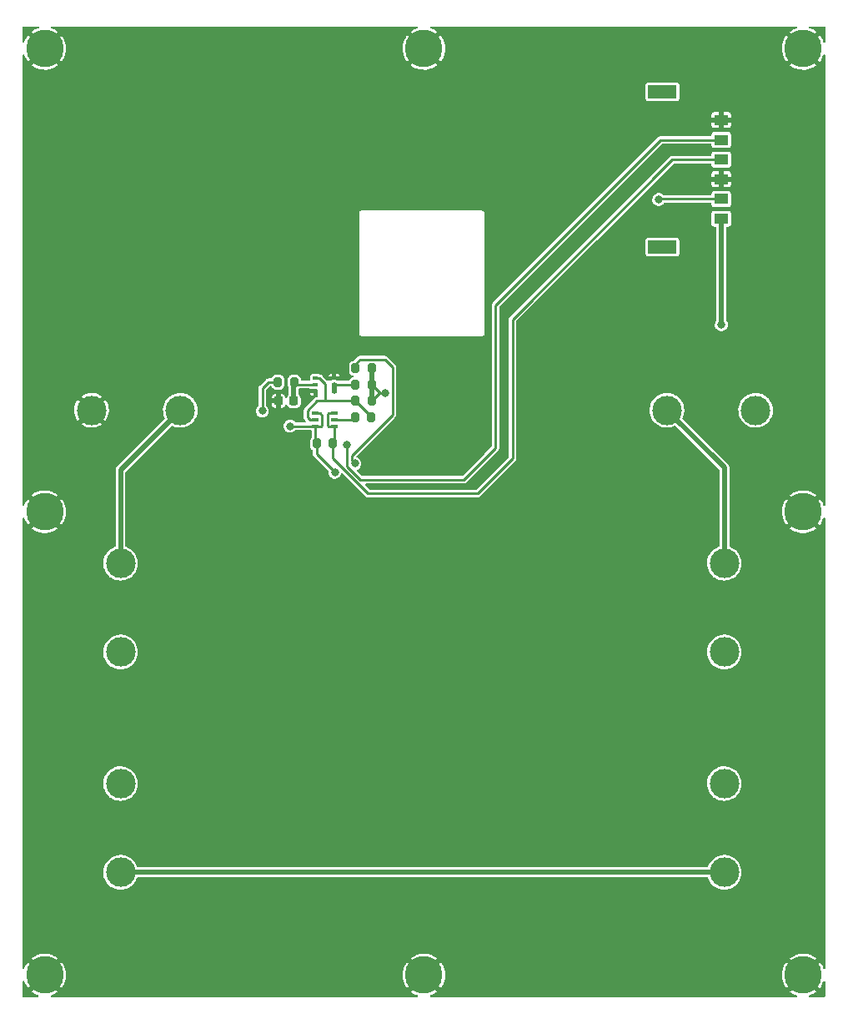
<source format=gbl>
%TF.GenerationSoftware,KiCad,Pcbnew,(6.0.5)*%
%TF.CreationDate,2022-07-09T16:18:45-07:00*%
%TF.ProjectId,solar-panel-side-Y-minus,736f6c61-722d-4706-916e-656c2d736964,rev?*%
%TF.SameCoordinates,Original*%
%TF.FileFunction,Copper,L2,Bot*%
%TF.FilePolarity,Positive*%
%FSLAX46Y46*%
G04 Gerber Fmt 4.6, Leading zero omitted, Abs format (unit mm)*
G04 Created by KiCad (PCBNEW (6.0.5)) date 2022-07-09 16:18:45*
%MOMM*%
%LPD*%
G01*
G04 APERTURE LIST*
G04 Aperture macros list*
%AMRoundRect*
0 Rectangle with rounded corners*
0 $1 Rounding radius*
0 $2 $3 $4 $5 $6 $7 $8 $9 X,Y pos of 4 corners*
0 Add a 4 corners polygon primitive as box body*
4,1,4,$2,$3,$4,$5,$6,$7,$8,$9,$2,$3,0*
0 Add four circle primitives for the rounded corners*
1,1,$1+$1,$2,$3*
1,1,$1+$1,$4,$5*
1,1,$1+$1,$6,$7*
1,1,$1+$1,$8,$9*
0 Add four rect primitives between the rounded corners*
20,1,$1+$1,$2,$3,$4,$5,0*
20,1,$1+$1,$4,$5,$6,$7,0*
20,1,$1+$1,$6,$7,$8,$9,0*
20,1,$1+$1,$8,$9,$2,$3,0*%
G04 Aperture macros list end*
%TA.AperFunction,ComponentPad*%
%ADD10C,3.000000*%
%TD*%
%TA.AperFunction,ConnectorPad*%
%ADD11C,3.800000*%
%TD*%
%TA.AperFunction,ComponentPad*%
%ADD12C,2.600000*%
%TD*%
%TA.AperFunction,SMDPad,CuDef*%
%ADD13R,1.450000X1.100000*%
%TD*%
%TA.AperFunction,SMDPad,CuDef*%
%ADD14R,2.900000X1.350000*%
%TD*%
%TA.AperFunction,SMDPad,CuDef*%
%ADD15RoundRect,0.200000X0.200000X0.275000X-0.200000X0.275000X-0.200000X-0.275000X0.200000X-0.275000X0*%
%TD*%
%TA.AperFunction,SMDPad,CuDef*%
%ADD16RoundRect,0.200000X-0.200000X-0.275000X0.200000X-0.275000X0.200000X0.275000X-0.200000X0.275000X0*%
%TD*%
%TA.AperFunction,SMDPad,CuDef*%
%ADD17R,0.600000X0.400000*%
%TD*%
%TA.AperFunction,SMDPad,CuDef*%
%ADD18R,0.650000X0.400000*%
%TD*%
%TA.AperFunction,SMDPad,CuDef*%
%ADD19RoundRect,0.225000X0.225000X0.250000X-0.225000X0.250000X-0.225000X-0.250000X0.225000X-0.250000X0*%
%TD*%
%TA.AperFunction,ViaPad*%
%ADD20C,0.800000*%
%TD*%
%TA.AperFunction,Conductor*%
%ADD21C,0.250000*%
%TD*%
%TA.AperFunction,Conductor*%
%ADD22C,0.500000*%
%TD*%
G04 APERTURE END LIST*
D10*
X177846000Y-124786000D03*
X177846000Y-133786000D03*
D11*
X108850000Y-50214000D03*
D12*
X108850000Y-50214000D03*
D10*
X177846000Y-102434000D03*
X177846000Y-111434000D03*
D12*
X147350000Y-50214000D03*
D11*
X147350000Y-50214000D03*
D10*
X122610000Y-86914000D03*
X113610000Y-86914000D03*
X181030000Y-86914000D03*
X172030000Y-86914000D03*
D12*
X108850000Y-97214000D03*
D11*
X108850000Y-97214000D03*
X108850000Y-144214000D03*
D12*
X108850000Y-144214000D03*
D11*
X185850000Y-144214000D03*
D12*
X185850000Y-144214000D03*
D10*
X116540000Y-133786000D03*
X116540000Y-124786000D03*
D12*
X147350000Y-144214000D03*
D11*
X147350000Y-144214000D03*
D10*
X116540000Y-111434000D03*
X116540000Y-102434000D03*
D12*
X185850000Y-97214000D03*
D11*
X185850000Y-97214000D03*
X185850000Y-50214000D03*
D12*
X185850000Y-50214000D03*
D13*
X177540000Y-67484000D03*
X177540000Y-65484000D03*
X177540000Y-63484000D03*
X177540000Y-61484000D03*
X177540000Y-59484000D03*
X177540000Y-57484000D03*
D14*
X171565000Y-70379000D03*
X171565000Y-54589000D03*
D15*
X142049000Y-85979000D03*
X140399000Y-85979000D03*
D16*
X140336000Y-87630000D03*
X141986000Y-87630000D03*
D17*
X138237000Y-83678000D03*
X138237000Y-84328000D03*
X138237000Y-84978000D03*
X136337000Y-84978000D03*
X136337000Y-84328000D03*
X136337000Y-83678000D03*
D16*
X132525000Y-84074000D03*
X134175000Y-84074000D03*
X136462000Y-90297000D03*
X138112000Y-90297000D03*
D15*
X142049000Y-82677000D03*
X140399000Y-82677000D03*
X142049000Y-84328000D03*
X140399000Y-84328000D03*
D18*
X138237000Y-87234000D03*
X138237000Y-87884000D03*
X138237000Y-88534000D03*
X136337000Y-88534000D03*
X136337000Y-87884000D03*
X136337000Y-87234000D03*
D19*
X134125000Y-85979000D03*
X132575000Y-85979000D03*
D20*
X171196000Y-65532000D03*
X143383000Y-85217000D03*
X175514000Y-56134000D03*
X178054000Y-55372000D03*
X179451000Y-55372000D03*
X175514000Y-62738000D03*
X112776000Y-89916000D03*
X130556000Y-93091000D03*
X129159000Y-94361000D03*
X129159000Y-93091000D03*
X146304000Y-97917000D03*
X175514000Y-57404000D03*
X110236000Y-89154000D03*
X146304000Y-96774000D03*
X176657000Y-55372000D03*
X179324000Y-64262000D03*
X180975000Y-55372000D03*
X148209000Y-97917000D03*
X179324000Y-62738000D03*
X110236000Y-87122000D03*
X175514000Y-64262000D03*
X148209000Y-96774000D03*
X110236000Y-85598000D03*
X130556000Y-94361000D03*
X131699000Y-93726000D03*
X175514000Y-58674000D03*
X115062000Y-89916000D03*
X148844000Y-85598000D03*
X143764000Y-89408000D03*
X145034000Y-91948000D03*
X151892000Y-88900000D03*
X155420000Y-88900000D03*
X151892000Y-87122000D03*
X145034000Y-89408000D03*
X155420000Y-87120000D03*
X135318500Y-82994500D03*
X177546000Y-78232000D03*
X139554790Y-90442210D03*
X133746000Y-88534000D03*
X130937000Y-86995000D03*
X140335000Y-92329000D03*
X138303000Y-93218000D03*
D21*
X177540000Y-65484000D02*
X171244000Y-65484000D01*
X171244000Y-65484000D02*
X171196000Y-65532000D01*
D22*
X142049000Y-85979000D02*
X142049000Y-84328000D01*
X142049000Y-84328000D02*
X142049000Y-82677000D01*
D21*
X142811000Y-85217000D02*
X142049000Y-85979000D01*
X142938000Y-85217000D02*
X142049000Y-84328000D01*
X143383000Y-85217000D02*
X142811000Y-85217000D01*
X143383000Y-85217000D02*
X142938000Y-85217000D01*
D22*
X177846000Y-92730000D02*
X172030000Y-86914000D01*
X177846000Y-102434000D02*
X177846000Y-92730000D01*
X116540000Y-133786000D02*
X177846000Y-133786000D01*
X116540000Y-92984000D02*
X122610000Y-86914000D01*
X116540000Y-102434000D02*
X116540000Y-92984000D01*
X177540000Y-78226000D02*
X177546000Y-78232000D01*
X177540000Y-67484000D02*
X177540000Y-78226000D01*
D21*
X138237000Y-88534000D02*
X137662000Y-88534000D01*
X137586999Y-87309001D02*
X137662000Y-87234000D01*
X137586999Y-88458999D02*
X137586999Y-87309001D01*
X137662000Y-87234000D02*
X138237000Y-87234000D01*
X138237000Y-90172000D02*
X138112000Y-90297000D01*
X137662000Y-88534000D02*
X137586999Y-88458999D01*
X138237000Y-88534000D02*
X138237000Y-90172000D01*
X156337000Y-91821000D02*
X152781000Y-95377000D01*
X177540000Y-61484000D02*
X172577000Y-61484000D01*
X156337000Y-77724000D02*
X156337000Y-91821000D01*
X138112000Y-91815412D02*
X138112000Y-90297000D01*
X141673588Y-95377000D02*
X138112000Y-91815412D01*
X172577000Y-61484000D02*
X156337000Y-77724000D01*
X152781000Y-95377000D02*
X141673588Y-95377000D01*
X139554790Y-90442210D02*
X139554790Y-90442210D01*
X153797000Y-91563000D02*
X154610000Y-90750000D01*
X154610000Y-90750000D02*
X154610000Y-76276000D01*
X139554790Y-90442210D02*
X139554790Y-92621792D01*
X139554790Y-92621792D02*
X140912998Y-93980000D01*
X140912998Y-93980000D02*
X151384000Y-93980000D01*
X154610000Y-76276000D02*
X171402000Y-59484000D01*
X151384000Y-93980000D02*
X153797000Y-91567000D01*
X153797000Y-91567000D02*
X153797000Y-91563000D01*
X171402000Y-59484000D02*
X177540000Y-59484000D01*
X134429000Y-84328000D02*
X134175000Y-84074000D01*
D22*
X134125000Y-85979000D02*
X134125000Y-84124000D01*
X134125000Y-84124000D02*
X134175000Y-84074000D01*
D21*
X136337000Y-84328000D02*
X134429000Y-84328000D01*
X137312400Y-85979000D02*
X140399000Y-85979000D01*
X135534400Y-87656400D02*
X135534400Y-86926598D01*
X136772002Y-83678000D02*
X136337000Y-83678000D01*
X141986000Y-87566000D02*
X140399000Y-85979000D01*
X136337000Y-87884000D02*
X135762000Y-87884000D01*
X135762000Y-87884000D02*
X135534400Y-87656400D01*
X135534400Y-86926598D02*
X136481998Y-85979000D01*
X136481998Y-85979000D02*
X137312400Y-85979000D01*
X137312400Y-84218398D02*
X136772002Y-83678000D01*
X141986000Y-87630000D02*
X141986000Y-87566000D01*
X137312400Y-85979000D02*
X137312400Y-84218398D01*
X140336000Y-87630000D02*
X140082000Y-87884000D01*
X140082000Y-87884000D02*
X138237000Y-87884000D01*
X136987001Y-87423999D02*
X136797002Y-87234000D01*
X130937000Y-86995000D02*
X130937000Y-84709000D01*
X130937000Y-84709000D02*
X131572000Y-84074000D01*
X140399000Y-82232000D02*
X140843000Y-81788000D01*
X136462000Y-91377000D02*
X138303000Y-93218000D01*
X136462000Y-90297000D02*
X136462000Y-91377000D01*
X136337000Y-88534000D02*
X133746000Y-88534000D01*
X144145000Y-87376000D02*
X140004800Y-91516200D01*
X136912000Y-88534000D02*
X136987001Y-88458999D01*
X143383000Y-81788000D02*
X144145000Y-82550000D01*
X136337000Y-88534000D02*
X136337000Y-90172000D01*
X138303000Y-93218000D02*
X138303000Y-93218000D01*
X131572000Y-84074000D02*
X132525000Y-84074000D01*
X140004800Y-91516200D02*
X140004800Y-91998800D01*
X140399000Y-82677000D02*
X140399000Y-82232000D01*
X140004800Y-91998800D02*
X140335000Y-92329000D01*
X136337000Y-90172000D02*
X136462000Y-90297000D01*
X136797002Y-87234000D02*
X136337000Y-87234000D01*
X133746000Y-88534000D02*
X133746000Y-88534000D01*
X144145000Y-82550000D02*
X144145000Y-87376000D01*
X136337000Y-88534000D02*
X136912000Y-88534000D01*
X132525000Y-84074000D02*
X132562600Y-84074000D01*
X140843000Y-81788000D02*
X143383000Y-81788000D01*
X140335000Y-92329000D02*
X140335000Y-92329000D01*
X136987001Y-88458999D02*
X136987001Y-87423999D01*
X140399000Y-84328000D02*
X138237000Y-84328000D01*
D22*
X138237000Y-84978000D02*
X138237000Y-84328000D01*
%TA.AperFunction,Conductor*%
G36*
X108205179Y-47987713D02*
G01*
X108241724Y-48038013D01*
X108241724Y-48100187D01*
X108205179Y-48150487D01*
X108172594Y-48166134D01*
X108143274Y-48174155D01*
X108136813Y-48176405D01*
X107872973Y-48288943D01*
X107866876Y-48292050D01*
X107620751Y-48439353D01*
X107615137Y-48443254D01*
X107529484Y-48511875D01*
X107522041Y-48523205D01*
X107522154Y-48525591D01*
X107524619Y-48529409D01*
X108838732Y-49843522D01*
X108850811Y-49849677D01*
X108855923Y-49848867D01*
X110171900Y-48532890D01*
X110178055Y-48520811D01*
X110177637Y-48518173D01*
X110175087Y-48515008D01*
X110103338Y-48456282D01*
X110097769Y-48452324D01*
X109853190Y-48302446D01*
X109847137Y-48299281D01*
X109584479Y-48183982D01*
X109578051Y-48181668D01*
X109522523Y-48165851D01*
X109470918Y-48131174D01*
X109449551Y-48072787D01*
X109466584Y-48012991D01*
X109515511Y-47974627D01*
X109550083Y-47968500D01*
X146646048Y-47968500D01*
X146705179Y-47987713D01*
X146741724Y-48038013D01*
X146741724Y-48100187D01*
X146705179Y-48150487D01*
X146672594Y-48166134D01*
X146643274Y-48174155D01*
X146636813Y-48176405D01*
X146372973Y-48288943D01*
X146366876Y-48292050D01*
X146120751Y-48439353D01*
X146115137Y-48443254D01*
X146029484Y-48511875D01*
X146022041Y-48523205D01*
X146022154Y-48525591D01*
X146024619Y-48529409D01*
X147338732Y-49843522D01*
X147350811Y-49849677D01*
X147355923Y-49848867D01*
X148671900Y-48532890D01*
X148678055Y-48520811D01*
X148677637Y-48518173D01*
X148675087Y-48515008D01*
X148603338Y-48456282D01*
X148597769Y-48452324D01*
X148353190Y-48302446D01*
X148347137Y-48299281D01*
X148084479Y-48183982D01*
X148078051Y-48181668D01*
X148022523Y-48165851D01*
X147970918Y-48131174D01*
X147949551Y-48072787D01*
X147966584Y-48012991D01*
X148015511Y-47974627D01*
X148050083Y-47968500D01*
X185146048Y-47968500D01*
X185205179Y-47987713D01*
X185241724Y-48038013D01*
X185241724Y-48100187D01*
X185205179Y-48150487D01*
X185172594Y-48166134D01*
X185143274Y-48174155D01*
X185136813Y-48176405D01*
X184872973Y-48288943D01*
X184866876Y-48292050D01*
X184620751Y-48439353D01*
X184615137Y-48443254D01*
X184529484Y-48511875D01*
X184522041Y-48523205D01*
X184522154Y-48525591D01*
X184524619Y-48529409D01*
X185838732Y-49843522D01*
X185850811Y-49849677D01*
X185855923Y-49848867D01*
X187171900Y-48532890D01*
X187178055Y-48520811D01*
X187177637Y-48518173D01*
X187175087Y-48515008D01*
X187103338Y-48456282D01*
X187097769Y-48452324D01*
X186853190Y-48302446D01*
X186847137Y-48299281D01*
X186584479Y-48183982D01*
X186578051Y-48181668D01*
X186522523Y-48165851D01*
X186470918Y-48131174D01*
X186449551Y-48072787D01*
X186466584Y-48012991D01*
X186515511Y-47974627D01*
X186550083Y-47968500D01*
X187994900Y-47968500D01*
X188054031Y-47987713D01*
X188090576Y-48038013D01*
X188095500Y-48069100D01*
X188095500Y-49516704D01*
X188076287Y-49575835D01*
X188025987Y-49612380D01*
X187963813Y-49612380D01*
X187913513Y-49575835D01*
X187900070Y-49550285D01*
X187832604Y-49359767D01*
X187829894Y-49353506D01*
X187698333Y-49098610D01*
X187694788Y-49092757D01*
X187553576Y-48891832D01*
X187542738Y-48883694D01*
X187542049Y-48883684D01*
X187535711Y-48887499D01*
X186220478Y-50202732D01*
X186214323Y-50214811D01*
X186215133Y-50219923D01*
X187531714Y-51536504D01*
X187543793Y-51542659D01*
X187545034Y-51542462D01*
X187549951Y-51538285D01*
X187670907Y-51373624D01*
X187674564Y-51367862D01*
X187811434Y-51115779D01*
X187814283Y-51109556D01*
X187900794Y-50880610D01*
X187939668Y-50832087D01*
X187999639Y-50815681D01*
X188057799Y-50837658D01*
X188091934Y-50889623D01*
X188095500Y-50916169D01*
X188095500Y-96516704D01*
X188076287Y-96575835D01*
X188025987Y-96612380D01*
X187963813Y-96612380D01*
X187913513Y-96575835D01*
X187900070Y-96550285D01*
X187832604Y-96359767D01*
X187829894Y-96353506D01*
X187698333Y-96098610D01*
X187694788Y-96092757D01*
X187553576Y-95891832D01*
X187542738Y-95883694D01*
X187542049Y-95883684D01*
X187535711Y-95887499D01*
X186220478Y-97202732D01*
X186214323Y-97214811D01*
X186215133Y-97219923D01*
X187531714Y-98536504D01*
X187543793Y-98542659D01*
X187545034Y-98542462D01*
X187549951Y-98538285D01*
X187670907Y-98373624D01*
X187674564Y-98367862D01*
X187811434Y-98115779D01*
X187814283Y-98109556D01*
X187900794Y-97880610D01*
X187939668Y-97832087D01*
X187999639Y-97815681D01*
X188057799Y-97837658D01*
X188091934Y-97889623D01*
X188095500Y-97916169D01*
X188095500Y-143516704D01*
X188076287Y-143575835D01*
X188025987Y-143612380D01*
X187963813Y-143612380D01*
X187913513Y-143575835D01*
X187900070Y-143550285D01*
X187832604Y-143359767D01*
X187829894Y-143353506D01*
X187698333Y-143098610D01*
X187694788Y-143092757D01*
X187553576Y-142891832D01*
X187542738Y-142883694D01*
X187542049Y-142883684D01*
X187535711Y-142887499D01*
X186220478Y-144202732D01*
X186214323Y-144214811D01*
X186215133Y-144219923D01*
X187531714Y-145536504D01*
X187543793Y-145542659D01*
X187545034Y-145542462D01*
X187549951Y-145538285D01*
X187670907Y-145373624D01*
X187674564Y-145367862D01*
X187811434Y-145115779D01*
X187814283Y-145109556D01*
X187900794Y-144880610D01*
X187939668Y-144832087D01*
X187999639Y-144815681D01*
X188057799Y-144837658D01*
X188091934Y-144889623D01*
X188095500Y-144916169D01*
X188095500Y-146358900D01*
X188076287Y-146418031D01*
X188025987Y-146454576D01*
X187994900Y-146459500D01*
X186559102Y-146459500D01*
X186499971Y-146440287D01*
X186463426Y-146389987D01*
X186463426Y-146327813D01*
X186499971Y-146277513D01*
X186532105Y-146262289D01*
X186532084Y-146262225D01*
X186532622Y-146262044D01*
X186533576Y-146261592D01*
X186535339Y-146261129D01*
X186541808Y-146258952D01*
X186806813Y-146149184D01*
X186812941Y-146146142D01*
X187060595Y-146001425D01*
X187066255Y-145997579D01*
X187170366Y-145915945D01*
X187177925Y-145904695D01*
X187177848Y-145902590D01*
X187175146Y-145898356D01*
X185861268Y-144584478D01*
X185849189Y-144578323D01*
X185844077Y-144579133D01*
X184527717Y-145895493D01*
X184521562Y-145907572D01*
X184522024Y-145910489D01*
X184524254Y-145913287D01*
X184578323Y-145958496D01*
X184583858Y-145962517D01*
X184826842Y-146114941D01*
X184832870Y-146118173D01*
X185094305Y-146236216D01*
X185100701Y-146238595D01*
X185181213Y-146262443D01*
X185232452Y-146297658D01*
X185253207Y-146356266D01*
X185235548Y-146415880D01*
X185186222Y-146453730D01*
X185152641Y-146459500D01*
X148059102Y-146459500D01*
X147999971Y-146440287D01*
X147963426Y-146389987D01*
X147963426Y-146327813D01*
X147999971Y-146277513D01*
X148032105Y-146262289D01*
X148032084Y-146262225D01*
X148032622Y-146262044D01*
X148033576Y-146261592D01*
X148035339Y-146261129D01*
X148041808Y-146258952D01*
X148306813Y-146149184D01*
X148312941Y-146146142D01*
X148560595Y-146001425D01*
X148566255Y-145997579D01*
X148670366Y-145915945D01*
X148677925Y-145904695D01*
X148677848Y-145902590D01*
X148675146Y-145898356D01*
X147361268Y-144584478D01*
X147349189Y-144578323D01*
X147344077Y-144579133D01*
X146027717Y-145895493D01*
X146021562Y-145907572D01*
X146022024Y-145910489D01*
X146024254Y-145913287D01*
X146078323Y-145958496D01*
X146083858Y-145962517D01*
X146326842Y-146114941D01*
X146332870Y-146118173D01*
X146594305Y-146236216D01*
X146600701Y-146238595D01*
X146681213Y-146262443D01*
X146732452Y-146297658D01*
X146753207Y-146356266D01*
X146735548Y-146415880D01*
X146686222Y-146453730D01*
X146652641Y-146459500D01*
X109559102Y-146459500D01*
X109499971Y-146440287D01*
X109463426Y-146389987D01*
X109463426Y-146327813D01*
X109499971Y-146277513D01*
X109532105Y-146262289D01*
X109532084Y-146262225D01*
X109532622Y-146262044D01*
X109533576Y-146261592D01*
X109535339Y-146261129D01*
X109541808Y-146258952D01*
X109806813Y-146149184D01*
X109812941Y-146146142D01*
X110060595Y-146001425D01*
X110066255Y-145997579D01*
X110170366Y-145915945D01*
X110177925Y-145904695D01*
X110177848Y-145902590D01*
X110175146Y-145898356D01*
X108861268Y-144584478D01*
X108849189Y-144578323D01*
X108844077Y-144579133D01*
X107527717Y-145895493D01*
X107521562Y-145907572D01*
X107522024Y-145910489D01*
X107524254Y-145913287D01*
X107578323Y-145958496D01*
X107583858Y-145962517D01*
X107826842Y-146114941D01*
X107832870Y-146118173D01*
X108094305Y-146236216D01*
X108100701Y-146238595D01*
X108181213Y-146262443D01*
X108232452Y-146297658D01*
X108253207Y-146356266D01*
X108235548Y-146415880D01*
X108186222Y-146453730D01*
X108152641Y-146459500D01*
X106705100Y-146459500D01*
X106645969Y-146440287D01*
X106609424Y-146389987D01*
X106604500Y-146358900D01*
X106604500Y-144909779D01*
X106623713Y-144850648D01*
X106674013Y-144814103D01*
X106736187Y-144814103D01*
X106786487Y-144850648D01*
X106800276Y-144877193D01*
X106858558Y-145047420D01*
X106861204Y-145053715D01*
X106990092Y-145309979D01*
X106993570Y-145315860D01*
X107145587Y-145537046D01*
X107156340Y-145545297D01*
X107156743Y-145545308D01*
X107163505Y-145541285D01*
X108479522Y-144225268D01*
X108484850Y-144214811D01*
X109214323Y-144214811D01*
X109215133Y-144219923D01*
X110531714Y-145536504D01*
X110543793Y-145542659D01*
X110545034Y-145542462D01*
X110549951Y-145538285D01*
X110670907Y-145373624D01*
X110674564Y-145367862D01*
X110811434Y-145115779D01*
X110814283Y-145109556D01*
X110915672Y-144841238D01*
X110917650Y-144834685D01*
X110981689Y-144555080D01*
X110982756Y-144548342D01*
X111008383Y-144261182D01*
X111008580Y-144257232D01*
X111009012Y-144215974D01*
X111008899Y-144212036D01*
X111007725Y-144194819D01*
X145191283Y-144194819D01*
X145207795Y-144481176D01*
X145208652Y-144487962D01*
X145263874Y-144769433D01*
X145265646Y-144776046D01*
X145358558Y-145047420D01*
X145361204Y-145053715D01*
X145490092Y-145309979D01*
X145493570Y-145315860D01*
X145645587Y-145537046D01*
X145656340Y-145545297D01*
X145656743Y-145545308D01*
X145663505Y-145541285D01*
X146979522Y-144225268D01*
X146984850Y-144214811D01*
X147714323Y-144214811D01*
X147715133Y-144219923D01*
X149031714Y-145536504D01*
X149043793Y-145542659D01*
X149045034Y-145542462D01*
X149049951Y-145538285D01*
X149170907Y-145373624D01*
X149174564Y-145367862D01*
X149311434Y-145115779D01*
X149314283Y-145109556D01*
X149415672Y-144841238D01*
X149417650Y-144834685D01*
X149481689Y-144555080D01*
X149482756Y-144548342D01*
X149508383Y-144261182D01*
X149508580Y-144257232D01*
X149509012Y-144215974D01*
X149508899Y-144212036D01*
X149507725Y-144194819D01*
X183691283Y-144194819D01*
X183707795Y-144481176D01*
X183708652Y-144487962D01*
X183763874Y-144769433D01*
X183765646Y-144776046D01*
X183858558Y-145047420D01*
X183861204Y-145053715D01*
X183990092Y-145309979D01*
X183993570Y-145315860D01*
X184145587Y-145537046D01*
X184156340Y-145545297D01*
X184156743Y-145545308D01*
X184163505Y-145541285D01*
X185479522Y-144225268D01*
X185485677Y-144213189D01*
X185484867Y-144208077D01*
X184167656Y-142890866D01*
X184155577Y-142884711D01*
X184154618Y-142884863D01*
X184149362Y-142889376D01*
X184017050Y-143073507D01*
X184013453Y-143079308D01*
X183879224Y-143332823D01*
X183876450Y-143339052D01*
X183777870Y-143608435D01*
X183775965Y-143614991D01*
X183714857Y-143895258D01*
X183713859Y-143902015D01*
X183691354Y-144187970D01*
X183691283Y-144194819D01*
X149507725Y-144194819D01*
X149489289Y-143924396D01*
X149488364Y-143917640D01*
X149430196Y-143636752D01*
X149428355Y-143630161D01*
X149332604Y-143359767D01*
X149329894Y-143353506D01*
X149198333Y-143098610D01*
X149194788Y-143092757D01*
X149053576Y-142891832D01*
X149042738Y-142883694D01*
X149042049Y-142883684D01*
X149035711Y-142887499D01*
X147720478Y-144202732D01*
X147714323Y-144214811D01*
X146984850Y-144214811D01*
X146985677Y-144213189D01*
X146984867Y-144208077D01*
X145667656Y-142890866D01*
X145655577Y-142884711D01*
X145654618Y-142884863D01*
X145649362Y-142889376D01*
X145517050Y-143073507D01*
X145513453Y-143079308D01*
X145379224Y-143332823D01*
X145376450Y-143339052D01*
X145277870Y-143608435D01*
X145275965Y-143614991D01*
X145214857Y-143895258D01*
X145213859Y-143902015D01*
X145191354Y-144187970D01*
X145191283Y-144194819D01*
X111007725Y-144194819D01*
X110989289Y-143924396D01*
X110988364Y-143917640D01*
X110930196Y-143636752D01*
X110928355Y-143630161D01*
X110832604Y-143359767D01*
X110829894Y-143353506D01*
X110698333Y-143098610D01*
X110694788Y-143092757D01*
X110553576Y-142891832D01*
X110542738Y-142883694D01*
X110542049Y-142883684D01*
X110535711Y-142887499D01*
X109220478Y-144202732D01*
X109214323Y-144214811D01*
X108484850Y-144214811D01*
X108485677Y-144213189D01*
X108484867Y-144208077D01*
X107167656Y-142890866D01*
X107155577Y-142884711D01*
X107154618Y-142884863D01*
X107149362Y-142889376D01*
X107017050Y-143073507D01*
X107013453Y-143079308D01*
X106879224Y-143332823D01*
X106876450Y-143339052D01*
X106799573Y-143549129D01*
X106761209Y-143598056D01*
X106701414Y-143615089D01*
X106643026Y-143593723D01*
X106608349Y-143542117D01*
X106604500Y-143514557D01*
X106604500Y-142523205D01*
X107522041Y-142523205D01*
X107522154Y-142525591D01*
X107524619Y-142529409D01*
X108838732Y-143843522D01*
X108850811Y-143849677D01*
X108855923Y-143848867D01*
X110171900Y-142532890D01*
X110176835Y-142523205D01*
X146022041Y-142523205D01*
X146022154Y-142525591D01*
X146024619Y-142529409D01*
X147338732Y-143843522D01*
X147350811Y-143849677D01*
X147355923Y-143848867D01*
X148671900Y-142532890D01*
X148676835Y-142523205D01*
X184522041Y-142523205D01*
X184522154Y-142525591D01*
X184524619Y-142529409D01*
X185838732Y-143843522D01*
X185850811Y-143849677D01*
X185855923Y-143848867D01*
X187171900Y-142532890D01*
X187178055Y-142520811D01*
X187177637Y-142518173D01*
X187175087Y-142515008D01*
X187103338Y-142456282D01*
X187097769Y-142452324D01*
X186853190Y-142302446D01*
X186847137Y-142299281D01*
X186584479Y-142183982D01*
X186578051Y-142181668D01*
X186302188Y-142103087D01*
X186295491Y-142101663D01*
X186011511Y-142061247D01*
X186004709Y-142060747D01*
X185717853Y-142059245D01*
X185711037Y-142059674D01*
X185426650Y-142097115D01*
X185419944Y-142098467D01*
X185143274Y-142174155D01*
X185136813Y-142176405D01*
X184872973Y-142288943D01*
X184866876Y-142292050D01*
X184620751Y-142439353D01*
X184615137Y-142443254D01*
X184529484Y-142511875D01*
X184522041Y-142523205D01*
X148676835Y-142523205D01*
X148678055Y-142520811D01*
X148677637Y-142518173D01*
X148675087Y-142515008D01*
X148603338Y-142456282D01*
X148597769Y-142452324D01*
X148353190Y-142302446D01*
X148347137Y-142299281D01*
X148084479Y-142183982D01*
X148078051Y-142181668D01*
X147802188Y-142103087D01*
X147795491Y-142101663D01*
X147511511Y-142061247D01*
X147504709Y-142060747D01*
X147217853Y-142059245D01*
X147211037Y-142059674D01*
X146926650Y-142097115D01*
X146919944Y-142098467D01*
X146643274Y-142174155D01*
X146636813Y-142176405D01*
X146372973Y-142288943D01*
X146366876Y-142292050D01*
X146120751Y-142439353D01*
X146115137Y-142443254D01*
X146029484Y-142511875D01*
X146022041Y-142523205D01*
X110176835Y-142523205D01*
X110178055Y-142520811D01*
X110177637Y-142518173D01*
X110175087Y-142515008D01*
X110103338Y-142456282D01*
X110097769Y-142452324D01*
X109853190Y-142302446D01*
X109847137Y-142299281D01*
X109584479Y-142183982D01*
X109578051Y-142181668D01*
X109302188Y-142103087D01*
X109295491Y-142101663D01*
X109011511Y-142061247D01*
X109004709Y-142060747D01*
X108717853Y-142059245D01*
X108711037Y-142059674D01*
X108426650Y-142097115D01*
X108419944Y-142098467D01*
X108143274Y-142174155D01*
X108136813Y-142176405D01*
X107872973Y-142288943D01*
X107866876Y-142292050D01*
X107620751Y-142439353D01*
X107615137Y-142443254D01*
X107529484Y-142511875D01*
X107522041Y-142523205D01*
X106604500Y-142523205D01*
X106604500Y-133739944D01*
X114781183Y-133739944D01*
X114793694Y-134000419D01*
X114844569Y-134256185D01*
X114932690Y-134501621D01*
X115056120Y-134731336D01*
X115058350Y-134734322D01*
X115058353Y-134734327D01*
X115142980Y-134847655D01*
X115212149Y-134940283D01*
X115397348Y-135123873D01*
X115510701Y-135206987D01*
X115604641Y-135275868D01*
X115604646Y-135275871D01*
X115607649Y-135278073D01*
X115610947Y-135279808D01*
X115835127Y-135397755D01*
X115835131Y-135397757D01*
X115838433Y-135399494D01*
X115841960Y-135400726D01*
X115841963Y-135400727D01*
X116081101Y-135484237D01*
X116084629Y-135485469D01*
X116340828Y-135534110D01*
X116344557Y-135534256D01*
X116344561Y-135534257D01*
X116510618Y-135540781D01*
X116601403Y-135544348D01*
X116694885Y-135534110D01*
X116856916Y-135516365D01*
X116856921Y-135516364D01*
X116860629Y-135515958D01*
X116981114Y-135484237D01*
X117109204Y-135450514D01*
X117109208Y-135450512D01*
X117112811Y-135449564D01*
X117352410Y-135346625D01*
X117574161Y-135209401D01*
X117773194Y-135040907D01*
X117859138Y-134942906D01*
X117942671Y-134847655D01*
X117942673Y-134847653D01*
X117945135Y-134844845D01*
X117947153Y-134841707D01*
X117947158Y-134841701D01*
X118084183Y-134628672D01*
X118084186Y-134628667D01*
X118086208Y-134625523D01*
X118087743Y-134622116D01*
X118087746Y-134622110D01*
X118191780Y-134391163D01*
X118191781Y-134391160D01*
X118193314Y-134387757D01*
X118200073Y-134363793D01*
X118234612Y-134312098D01*
X118296895Y-134290500D01*
X176092121Y-134290500D01*
X176151252Y-134309713D01*
X176186803Y-134357105D01*
X176238690Y-134501621D01*
X176362120Y-134731336D01*
X176364350Y-134734322D01*
X176364353Y-134734327D01*
X176448980Y-134847655D01*
X176518149Y-134940283D01*
X176703348Y-135123873D01*
X176816701Y-135206987D01*
X176910641Y-135275868D01*
X176910646Y-135275871D01*
X176913649Y-135278073D01*
X176916947Y-135279808D01*
X177141127Y-135397755D01*
X177141131Y-135397757D01*
X177144433Y-135399494D01*
X177147960Y-135400726D01*
X177147963Y-135400727D01*
X177387101Y-135484237D01*
X177390629Y-135485469D01*
X177646828Y-135534110D01*
X177650557Y-135534256D01*
X177650561Y-135534257D01*
X177816618Y-135540781D01*
X177907403Y-135544348D01*
X178000885Y-135534110D01*
X178162916Y-135516365D01*
X178162921Y-135516364D01*
X178166629Y-135515958D01*
X178287114Y-135484237D01*
X178415204Y-135450514D01*
X178415208Y-135450512D01*
X178418811Y-135449564D01*
X178658410Y-135346625D01*
X178880161Y-135209401D01*
X179079194Y-135040907D01*
X179165138Y-134942906D01*
X179248671Y-134847655D01*
X179248673Y-134847653D01*
X179251135Y-134844845D01*
X179253153Y-134841707D01*
X179253158Y-134841701D01*
X179390183Y-134628672D01*
X179390186Y-134628667D01*
X179392208Y-134625523D01*
X179393743Y-134622116D01*
X179393746Y-134622110D01*
X179497780Y-134391163D01*
X179497781Y-134391160D01*
X179499314Y-134387757D01*
X179570099Y-134136772D01*
X179586980Y-134004077D01*
X179602691Y-133880582D01*
X179602691Y-133880579D01*
X179603009Y-133878081D01*
X179605420Y-133786000D01*
X179586094Y-133525941D01*
X179576648Y-133484193D01*
X179529367Y-133275240D01*
X179529366Y-133275237D01*
X179528542Y-133271595D01*
X179527192Y-133268122D01*
X179527189Y-133268114D01*
X179435381Y-133032032D01*
X179434027Y-133028550D01*
X179304625Y-132802145D01*
X179143180Y-132597353D01*
X179107517Y-132563804D01*
X178955957Y-132421231D01*
X178953239Y-132418674D01*
X178950182Y-132416554D01*
X178950178Y-132416550D01*
X178836977Y-132338020D01*
X178738973Y-132270032D01*
X178505090Y-132154694D01*
X178501538Y-132153557D01*
X178501533Y-132153555D01*
X178380909Y-132114944D01*
X178256728Y-132075193D01*
X177999344Y-132033275D01*
X177995602Y-132033226D01*
X177966905Y-132032850D01*
X177738590Y-132029862D01*
X177628620Y-132044828D01*
X177483898Y-132064524D01*
X177483896Y-132064524D01*
X177480196Y-132065028D01*
X177476613Y-132066072D01*
X177476610Y-132066073D01*
X177445321Y-132075193D01*
X177229838Y-132138000D01*
X177226456Y-132139559D01*
X177226451Y-132139561D01*
X177190040Y-132156347D01*
X176993016Y-132247177D01*
X176989895Y-132249223D01*
X176989890Y-132249226D01*
X176834459Y-132351131D01*
X176774933Y-132390158D01*
X176580379Y-132563804D01*
X176577987Y-132566680D01*
X176416016Y-132761429D01*
X176416011Y-132761436D01*
X176413629Y-132764300D01*
X176278345Y-132987240D01*
X176276900Y-132990686D01*
X176180823Y-133219803D01*
X176140239Y-133266904D01*
X176088050Y-133281500D01*
X118295212Y-133281500D01*
X118236081Y-133262287D01*
X118201452Y-133217361D01*
X118129381Y-133032032D01*
X118128027Y-133028550D01*
X117998625Y-132802145D01*
X117837180Y-132597353D01*
X117801517Y-132563804D01*
X117649957Y-132421231D01*
X117647239Y-132418674D01*
X117644182Y-132416554D01*
X117644178Y-132416550D01*
X117530977Y-132338020D01*
X117432973Y-132270032D01*
X117199090Y-132154694D01*
X117195538Y-132153557D01*
X117195533Y-132153555D01*
X117074909Y-132114944D01*
X116950728Y-132075193D01*
X116693344Y-132033275D01*
X116689602Y-132033226D01*
X116660905Y-132032850D01*
X116432590Y-132029862D01*
X116322620Y-132044828D01*
X116177898Y-132064524D01*
X116177896Y-132064524D01*
X116174196Y-132065028D01*
X116170613Y-132066072D01*
X116170610Y-132066073D01*
X116139321Y-132075193D01*
X115923838Y-132138000D01*
X115920456Y-132139559D01*
X115920451Y-132139561D01*
X115884040Y-132156347D01*
X115687016Y-132247177D01*
X115683895Y-132249223D01*
X115683890Y-132249226D01*
X115528459Y-132351131D01*
X115468933Y-132390158D01*
X115274379Y-132563804D01*
X115271987Y-132566680D01*
X115110016Y-132761429D01*
X115110011Y-132761436D01*
X115107629Y-132764300D01*
X114972345Y-132987240D01*
X114871500Y-133227728D01*
X114807310Y-133480480D01*
X114806936Y-133484191D01*
X114806936Y-133484193D01*
X114803100Y-133522293D01*
X114781183Y-133739944D01*
X106604500Y-133739944D01*
X106604500Y-124739944D01*
X114781183Y-124739944D01*
X114793694Y-125000419D01*
X114844569Y-125256185D01*
X114932690Y-125501621D01*
X115056120Y-125731336D01*
X115058350Y-125734322D01*
X115058353Y-125734327D01*
X115142980Y-125847655D01*
X115212149Y-125940283D01*
X115397348Y-126123873D01*
X115510701Y-126206987D01*
X115604641Y-126275868D01*
X115604646Y-126275871D01*
X115607649Y-126278073D01*
X115610947Y-126279808D01*
X115835127Y-126397755D01*
X115835131Y-126397757D01*
X115838433Y-126399494D01*
X115841960Y-126400726D01*
X115841963Y-126400727D01*
X116081101Y-126484237D01*
X116084629Y-126485469D01*
X116340828Y-126534110D01*
X116344557Y-126534256D01*
X116344561Y-126534257D01*
X116510618Y-126540781D01*
X116601403Y-126544348D01*
X116694885Y-126534110D01*
X116856916Y-126516365D01*
X116856921Y-126516364D01*
X116860629Y-126515958D01*
X116981114Y-126484237D01*
X117109204Y-126450514D01*
X117109208Y-126450512D01*
X117112811Y-126449564D01*
X117352410Y-126346625D01*
X117574161Y-126209401D01*
X117773194Y-126040907D01*
X117859138Y-125942906D01*
X117942671Y-125847655D01*
X117942673Y-125847653D01*
X117945135Y-125844845D01*
X117947153Y-125841707D01*
X117947158Y-125841701D01*
X118084183Y-125628672D01*
X118084186Y-125628667D01*
X118086208Y-125625523D01*
X118087743Y-125622116D01*
X118087746Y-125622110D01*
X118191780Y-125391163D01*
X118191781Y-125391160D01*
X118193314Y-125387757D01*
X118264099Y-125136772D01*
X118280980Y-125004077D01*
X118296691Y-124880582D01*
X118296691Y-124880579D01*
X118297009Y-124878081D01*
X118299420Y-124786000D01*
X118295997Y-124739944D01*
X176087183Y-124739944D01*
X176099694Y-125000419D01*
X176150569Y-125256185D01*
X176238690Y-125501621D01*
X176362120Y-125731336D01*
X176364350Y-125734322D01*
X176364353Y-125734327D01*
X176448980Y-125847655D01*
X176518149Y-125940283D01*
X176703348Y-126123873D01*
X176816701Y-126206987D01*
X176910641Y-126275868D01*
X176910646Y-126275871D01*
X176913649Y-126278073D01*
X176916947Y-126279808D01*
X177141127Y-126397755D01*
X177141131Y-126397757D01*
X177144433Y-126399494D01*
X177147960Y-126400726D01*
X177147963Y-126400727D01*
X177387101Y-126484237D01*
X177390629Y-126485469D01*
X177646828Y-126534110D01*
X177650557Y-126534256D01*
X177650561Y-126534257D01*
X177816618Y-126540781D01*
X177907403Y-126544348D01*
X178000885Y-126534110D01*
X178162916Y-126516365D01*
X178162921Y-126516364D01*
X178166629Y-126515958D01*
X178287114Y-126484237D01*
X178415204Y-126450514D01*
X178415208Y-126450512D01*
X178418811Y-126449564D01*
X178658410Y-126346625D01*
X178880161Y-126209401D01*
X179079194Y-126040907D01*
X179165138Y-125942906D01*
X179248671Y-125847655D01*
X179248673Y-125847653D01*
X179251135Y-125844845D01*
X179253153Y-125841707D01*
X179253158Y-125841701D01*
X179390183Y-125628672D01*
X179390186Y-125628667D01*
X179392208Y-125625523D01*
X179393743Y-125622116D01*
X179393746Y-125622110D01*
X179497780Y-125391163D01*
X179497781Y-125391160D01*
X179499314Y-125387757D01*
X179570099Y-125136772D01*
X179586980Y-125004077D01*
X179602691Y-124880582D01*
X179602691Y-124880579D01*
X179603009Y-124878081D01*
X179605420Y-124786000D01*
X179586094Y-124525941D01*
X179576648Y-124484193D01*
X179529367Y-124275240D01*
X179529366Y-124275237D01*
X179528542Y-124271595D01*
X179527192Y-124268122D01*
X179527189Y-124268114D01*
X179435381Y-124032032D01*
X179434027Y-124028550D01*
X179304625Y-123802145D01*
X179143180Y-123597353D01*
X179107517Y-123563804D01*
X178955957Y-123421231D01*
X178953239Y-123418674D01*
X178950182Y-123416554D01*
X178950178Y-123416550D01*
X178836977Y-123338020D01*
X178738973Y-123270032D01*
X178505090Y-123154694D01*
X178501538Y-123153557D01*
X178501533Y-123153555D01*
X178380909Y-123114944D01*
X178256728Y-123075193D01*
X177999344Y-123033275D01*
X177995602Y-123033226D01*
X177966905Y-123032850D01*
X177738590Y-123029862D01*
X177628620Y-123044828D01*
X177483898Y-123064524D01*
X177483896Y-123064524D01*
X177480196Y-123065028D01*
X177476613Y-123066072D01*
X177476610Y-123066073D01*
X177445321Y-123075193D01*
X177229838Y-123138000D01*
X177226456Y-123139559D01*
X177226451Y-123139561D01*
X177190040Y-123156347D01*
X176993016Y-123247177D01*
X176989895Y-123249223D01*
X176989890Y-123249226D01*
X176834459Y-123351131D01*
X176774933Y-123390158D01*
X176580379Y-123563804D01*
X176577987Y-123566680D01*
X176416016Y-123761429D01*
X176416011Y-123761436D01*
X176413629Y-123764300D01*
X176278345Y-123987240D01*
X176177500Y-124227728D01*
X176113310Y-124480480D01*
X176112936Y-124484191D01*
X176112936Y-124484193D01*
X176109100Y-124522293D01*
X176087183Y-124739944D01*
X118295997Y-124739944D01*
X118280094Y-124525941D01*
X118270648Y-124484193D01*
X118223367Y-124275240D01*
X118223366Y-124275237D01*
X118222542Y-124271595D01*
X118221192Y-124268122D01*
X118221189Y-124268114D01*
X118129381Y-124032032D01*
X118128027Y-124028550D01*
X117998625Y-123802145D01*
X117837180Y-123597353D01*
X117801517Y-123563804D01*
X117649957Y-123421231D01*
X117647239Y-123418674D01*
X117644182Y-123416554D01*
X117644178Y-123416550D01*
X117530977Y-123338020D01*
X117432973Y-123270032D01*
X117199090Y-123154694D01*
X117195538Y-123153557D01*
X117195533Y-123153555D01*
X117074909Y-123114944D01*
X116950728Y-123075193D01*
X116693344Y-123033275D01*
X116689602Y-123033226D01*
X116660905Y-123032850D01*
X116432590Y-123029862D01*
X116322620Y-123044828D01*
X116177898Y-123064524D01*
X116177896Y-123064524D01*
X116174196Y-123065028D01*
X116170613Y-123066072D01*
X116170610Y-123066073D01*
X116139321Y-123075193D01*
X115923838Y-123138000D01*
X115920456Y-123139559D01*
X115920451Y-123139561D01*
X115884040Y-123156347D01*
X115687016Y-123247177D01*
X115683895Y-123249223D01*
X115683890Y-123249226D01*
X115528459Y-123351131D01*
X115468933Y-123390158D01*
X115274379Y-123563804D01*
X115271987Y-123566680D01*
X115110016Y-123761429D01*
X115110011Y-123761436D01*
X115107629Y-123764300D01*
X114972345Y-123987240D01*
X114871500Y-124227728D01*
X114807310Y-124480480D01*
X114806936Y-124484191D01*
X114806936Y-124484193D01*
X114803100Y-124522293D01*
X114781183Y-124739944D01*
X106604500Y-124739944D01*
X106604500Y-111387944D01*
X114781183Y-111387944D01*
X114793694Y-111648419D01*
X114844569Y-111904185D01*
X114932690Y-112149621D01*
X115056120Y-112379336D01*
X115058350Y-112382322D01*
X115058353Y-112382327D01*
X115142980Y-112495655D01*
X115212149Y-112588283D01*
X115397348Y-112771873D01*
X115510701Y-112854987D01*
X115604641Y-112923868D01*
X115604646Y-112923871D01*
X115607649Y-112926073D01*
X115610947Y-112927808D01*
X115835127Y-113045755D01*
X115835131Y-113045757D01*
X115838433Y-113047494D01*
X115841960Y-113048726D01*
X115841963Y-113048727D01*
X116081101Y-113132237D01*
X116084629Y-113133469D01*
X116340828Y-113182110D01*
X116344557Y-113182256D01*
X116344561Y-113182257D01*
X116510618Y-113188781D01*
X116601403Y-113192348D01*
X116694885Y-113182110D01*
X116856916Y-113164365D01*
X116856921Y-113164364D01*
X116860629Y-113163958D01*
X116981114Y-113132237D01*
X117109204Y-113098514D01*
X117109208Y-113098512D01*
X117112811Y-113097564D01*
X117352410Y-112994625D01*
X117574161Y-112857401D01*
X117773194Y-112688907D01*
X117859138Y-112590906D01*
X117942671Y-112495655D01*
X117942673Y-112495653D01*
X117945135Y-112492845D01*
X117947153Y-112489707D01*
X117947158Y-112489701D01*
X118084183Y-112276672D01*
X118084186Y-112276667D01*
X118086208Y-112273523D01*
X118087743Y-112270116D01*
X118087746Y-112270110D01*
X118191780Y-112039163D01*
X118191781Y-112039160D01*
X118193314Y-112035757D01*
X118264099Y-111784772D01*
X118280980Y-111652077D01*
X118296691Y-111528582D01*
X118296691Y-111528579D01*
X118297009Y-111526081D01*
X118299420Y-111434000D01*
X118295997Y-111387944D01*
X176087183Y-111387944D01*
X176099694Y-111648419D01*
X176150569Y-111904185D01*
X176238690Y-112149621D01*
X176362120Y-112379336D01*
X176364350Y-112382322D01*
X176364353Y-112382327D01*
X176448980Y-112495655D01*
X176518149Y-112588283D01*
X176703348Y-112771873D01*
X176816701Y-112854987D01*
X176910641Y-112923868D01*
X176910646Y-112923871D01*
X176913649Y-112926073D01*
X176916947Y-112927808D01*
X177141127Y-113045755D01*
X177141131Y-113045757D01*
X177144433Y-113047494D01*
X177147960Y-113048726D01*
X177147963Y-113048727D01*
X177387101Y-113132237D01*
X177390629Y-113133469D01*
X177646828Y-113182110D01*
X177650557Y-113182256D01*
X177650561Y-113182257D01*
X177816618Y-113188781D01*
X177907403Y-113192348D01*
X178000885Y-113182110D01*
X178162916Y-113164365D01*
X178162921Y-113164364D01*
X178166629Y-113163958D01*
X178287114Y-113132237D01*
X178415204Y-113098514D01*
X178415208Y-113098512D01*
X178418811Y-113097564D01*
X178658410Y-112994625D01*
X178880161Y-112857401D01*
X179079194Y-112688907D01*
X179165138Y-112590906D01*
X179248671Y-112495655D01*
X179248673Y-112495653D01*
X179251135Y-112492845D01*
X179253153Y-112489707D01*
X179253158Y-112489701D01*
X179390183Y-112276672D01*
X179390186Y-112276667D01*
X179392208Y-112273523D01*
X179393743Y-112270116D01*
X179393746Y-112270110D01*
X179497780Y-112039163D01*
X179497781Y-112039160D01*
X179499314Y-112035757D01*
X179570099Y-111784772D01*
X179586980Y-111652077D01*
X179602691Y-111528582D01*
X179602691Y-111528579D01*
X179603009Y-111526081D01*
X179605420Y-111434000D01*
X179586094Y-111173941D01*
X179576648Y-111132193D01*
X179529367Y-110923240D01*
X179529366Y-110923237D01*
X179528542Y-110919595D01*
X179527192Y-110916122D01*
X179527189Y-110916114D01*
X179435381Y-110680032D01*
X179434027Y-110676550D01*
X179304625Y-110450145D01*
X179143180Y-110245353D01*
X179107517Y-110211804D01*
X178955957Y-110069231D01*
X178953239Y-110066674D01*
X178950182Y-110064554D01*
X178950178Y-110064550D01*
X178836977Y-109986020D01*
X178738973Y-109918032D01*
X178505090Y-109802694D01*
X178501538Y-109801557D01*
X178501533Y-109801555D01*
X178380909Y-109762944D01*
X178256728Y-109723193D01*
X177999344Y-109681275D01*
X177995602Y-109681226D01*
X177966905Y-109680850D01*
X177738590Y-109677862D01*
X177628620Y-109692828D01*
X177483898Y-109712524D01*
X177483896Y-109712524D01*
X177480196Y-109713028D01*
X177476613Y-109714072D01*
X177476610Y-109714073D01*
X177445321Y-109723193D01*
X177229838Y-109786000D01*
X177226456Y-109787559D01*
X177226451Y-109787561D01*
X177190040Y-109804347D01*
X176993016Y-109895177D01*
X176989895Y-109897223D01*
X176989890Y-109897226D01*
X176834459Y-109999131D01*
X176774933Y-110038158D01*
X176580379Y-110211804D01*
X176577987Y-110214680D01*
X176416016Y-110409429D01*
X176416011Y-110409436D01*
X176413629Y-110412300D01*
X176278345Y-110635240D01*
X176177500Y-110875728D01*
X176113310Y-111128480D01*
X176112936Y-111132191D01*
X176112936Y-111132193D01*
X176109100Y-111170293D01*
X176087183Y-111387944D01*
X118295997Y-111387944D01*
X118280094Y-111173941D01*
X118270648Y-111132193D01*
X118223367Y-110923240D01*
X118223366Y-110923237D01*
X118222542Y-110919595D01*
X118221192Y-110916122D01*
X118221189Y-110916114D01*
X118129381Y-110680032D01*
X118128027Y-110676550D01*
X117998625Y-110450145D01*
X117837180Y-110245353D01*
X117801517Y-110211804D01*
X117649957Y-110069231D01*
X117647239Y-110066674D01*
X117644182Y-110064554D01*
X117644178Y-110064550D01*
X117530977Y-109986020D01*
X117432973Y-109918032D01*
X117199090Y-109802694D01*
X117195538Y-109801557D01*
X117195533Y-109801555D01*
X117074909Y-109762944D01*
X116950728Y-109723193D01*
X116693344Y-109681275D01*
X116689602Y-109681226D01*
X116660905Y-109680850D01*
X116432590Y-109677862D01*
X116322620Y-109692828D01*
X116177898Y-109712524D01*
X116177896Y-109712524D01*
X116174196Y-109713028D01*
X116170613Y-109714072D01*
X116170610Y-109714073D01*
X116139321Y-109723193D01*
X115923838Y-109786000D01*
X115920456Y-109787559D01*
X115920451Y-109787561D01*
X115884040Y-109804347D01*
X115687016Y-109895177D01*
X115683895Y-109897223D01*
X115683890Y-109897226D01*
X115528459Y-109999131D01*
X115468933Y-110038158D01*
X115274379Y-110211804D01*
X115271987Y-110214680D01*
X115110016Y-110409429D01*
X115110011Y-110409436D01*
X115107629Y-110412300D01*
X114972345Y-110635240D01*
X114871500Y-110875728D01*
X114807310Y-111128480D01*
X114806936Y-111132191D01*
X114806936Y-111132193D01*
X114803100Y-111170293D01*
X114781183Y-111387944D01*
X106604500Y-111387944D01*
X106604500Y-102387944D01*
X114781183Y-102387944D01*
X114793694Y-102648419D01*
X114844569Y-102904185D01*
X114932690Y-103149621D01*
X115056120Y-103379336D01*
X115058350Y-103382322D01*
X115058353Y-103382327D01*
X115142980Y-103495655D01*
X115212149Y-103588283D01*
X115397348Y-103771873D01*
X115510701Y-103854987D01*
X115604641Y-103923868D01*
X115604646Y-103923871D01*
X115607649Y-103926073D01*
X115610947Y-103927808D01*
X115835127Y-104045755D01*
X115835131Y-104045757D01*
X115838433Y-104047494D01*
X115841960Y-104048726D01*
X115841963Y-104048727D01*
X116081101Y-104132237D01*
X116084629Y-104133469D01*
X116340828Y-104182110D01*
X116344557Y-104182256D01*
X116344561Y-104182257D01*
X116510618Y-104188781D01*
X116601403Y-104192348D01*
X116694885Y-104182110D01*
X116856916Y-104164365D01*
X116856921Y-104164364D01*
X116860629Y-104163958D01*
X116981114Y-104132237D01*
X117109204Y-104098514D01*
X117109208Y-104098512D01*
X117112811Y-104097564D01*
X117352410Y-103994625D01*
X117574161Y-103857401D01*
X117773194Y-103688907D01*
X117859138Y-103590906D01*
X117942671Y-103495655D01*
X117942673Y-103495653D01*
X117945135Y-103492845D01*
X117947153Y-103489707D01*
X117947158Y-103489701D01*
X118084183Y-103276672D01*
X118084186Y-103276667D01*
X118086208Y-103273523D01*
X118087743Y-103270116D01*
X118087746Y-103270110D01*
X118191780Y-103039163D01*
X118191781Y-103039160D01*
X118193314Y-103035757D01*
X118264099Y-102784772D01*
X118280980Y-102652077D01*
X118296691Y-102528582D01*
X118296691Y-102528579D01*
X118297009Y-102526081D01*
X118299420Y-102434000D01*
X118280094Y-102173941D01*
X118270648Y-102132193D01*
X118223367Y-101923240D01*
X118223366Y-101923237D01*
X118222542Y-101919595D01*
X118221192Y-101916122D01*
X118221189Y-101916114D01*
X118129381Y-101680032D01*
X118128027Y-101676550D01*
X117998625Y-101450145D01*
X117837180Y-101245353D01*
X117801517Y-101211804D01*
X117649957Y-101069231D01*
X117647239Y-101066674D01*
X117644182Y-101064554D01*
X117644178Y-101064550D01*
X117530977Y-100986020D01*
X117432973Y-100918032D01*
X117199090Y-100802694D01*
X117195538Y-100801557D01*
X117195533Y-100801555D01*
X117141371Y-100784218D01*
X117114430Y-100775595D01*
X117063972Y-100739270D01*
X117044500Y-100679784D01*
X117044500Y-93234641D01*
X117063713Y-93175510D01*
X117073965Y-93163506D01*
X121725996Y-88511475D01*
X121781394Y-88483249D01*
X121843971Y-88493580D01*
X121905121Y-88525752D01*
X121905127Y-88525755D01*
X121908433Y-88527494D01*
X121911960Y-88528726D01*
X121911963Y-88528727D01*
X122149712Y-88611752D01*
X122154629Y-88613469D01*
X122410828Y-88662110D01*
X122414557Y-88662256D01*
X122414561Y-88662257D01*
X122580618Y-88668781D01*
X122671403Y-88672348D01*
X122764885Y-88662110D01*
X122926916Y-88644365D01*
X122926921Y-88644364D01*
X122930629Y-88643958D01*
X123052956Y-88611752D01*
X123179204Y-88578514D01*
X123179208Y-88578512D01*
X123182811Y-88577564D01*
X123422410Y-88474625D01*
X123644161Y-88337401D01*
X123655425Y-88327866D01*
X123840339Y-88171324D01*
X123843194Y-88168907D01*
X123908921Y-88093959D01*
X124012671Y-87975655D01*
X124012673Y-87975653D01*
X124015135Y-87972845D01*
X124017153Y-87969707D01*
X124017158Y-87969701D01*
X124154183Y-87756672D01*
X124154186Y-87756667D01*
X124156208Y-87753523D01*
X124157743Y-87750116D01*
X124157746Y-87750110D01*
X124261780Y-87519163D01*
X124261781Y-87519160D01*
X124263314Y-87515757D01*
X124305569Y-87365932D01*
X124333086Y-87268365D01*
X124333087Y-87268361D01*
X124334099Y-87264772D01*
X124334570Y-87261071D01*
X124366691Y-87008582D01*
X124366691Y-87008579D01*
X124367009Y-87006081D01*
X124367318Y-86994300D01*
X124367480Y-86988096D01*
X130277729Y-86988096D01*
X130278394Y-86994120D01*
X130278394Y-86994124D01*
X130285993Y-87062945D01*
X130295113Y-87145553D01*
X130297197Y-87151247D01*
X130345952Y-87284478D01*
X130349553Y-87294319D01*
X130352939Y-87299358D01*
X130407384Y-87380380D01*
X130437908Y-87425805D01*
X130555076Y-87532419D01*
X130560403Y-87535311D01*
X130560404Y-87535312D01*
X130578737Y-87545266D01*
X130694293Y-87608008D01*
X130700163Y-87609548D01*
X130841655Y-87646668D01*
X130841656Y-87646668D01*
X130847522Y-87648207D01*
X130919716Y-87649341D01*
X130999852Y-87650600D01*
X130999854Y-87650600D01*
X131005916Y-87650695D01*
X131011827Y-87649341D01*
X131011829Y-87649341D01*
X131154422Y-87616683D01*
X131154425Y-87616682D01*
X131160332Y-87615329D01*
X131301855Y-87544151D01*
X131370776Y-87485287D01*
X131417705Y-87445206D01*
X131417707Y-87445204D01*
X131422314Y-87441269D01*
X131476449Y-87365932D01*
X131511218Y-87317547D01*
X131511220Y-87317544D01*
X131514755Y-87312624D01*
X131519555Y-87300685D01*
X131571580Y-87171267D01*
X131573842Y-87165641D01*
X131596162Y-87008807D01*
X131596218Y-87003535D01*
X131596272Y-86998298D01*
X131596307Y-86995000D01*
X131594740Y-86982046D01*
X131578005Y-86843755D01*
X131578004Y-86843753D01*
X131577276Y-86837733D01*
X131555272Y-86779500D01*
X131523425Y-86695222D01*
X131523424Y-86695221D01*
X131521280Y-86689546D01*
X131431553Y-86558992D01*
X131350178Y-86486490D01*
X131318809Y-86432809D01*
X131316500Y-86411378D01*
X131316500Y-86271624D01*
X131871000Y-86271624D01*
X131871293Y-86277044D01*
X131876683Y-86326653D01*
X131879574Y-86338815D01*
X131923012Y-86454686D01*
X131929821Y-86467124D01*
X132003517Y-86565455D01*
X132013545Y-86575483D01*
X132111876Y-86649179D01*
X132124314Y-86655988D01*
X132240185Y-86699426D01*
X132252347Y-86702317D01*
X132301956Y-86707707D01*
X132305397Y-86707893D01*
X132317957Y-86703812D01*
X132321000Y-86699623D01*
X132321000Y-86692067D01*
X132829000Y-86692067D01*
X132833188Y-86704957D01*
X132837377Y-86708000D01*
X132842624Y-86708000D01*
X132848044Y-86707707D01*
X132897653Y-86702317D01*
X132909815Y-86699426D01*
X133025686Y-86655988D01*
X133038124Y-86649179D01*
X133136455Y-86575483D01*
X133146483Y-86565455D01*
X133220179Y-86467124D01*
X133226989Y-86454684D01*
X133255534Y-86378539D01*
X133294281Y-86329914D01*
X133354208Y-86313351D01*
X133412426Y-86335175D01*
X133443932Y-86378538D01*
X133456378Y-86411737D01*
X133475083Y-86461635D01*
X133479379Y-86467367D01*
X133479380Y-86467369D01*
X133553157Y-86565808D01*
X133557456Y-86571544D01*
X133563192Y-86575843D01*
X133661631Y-86649620D01*
X133661633Y-86649621D01*
X133667365Y-86653917D01*
X133674071Y-86656431D01*
X133674073Y-86656432D01*
X133790077Y-86699919D01*
X133790080Y-86699920D01*
X133795976Y-86702130D01*
X133826932Y-86705493D01*
X133851911Y-86708207D01*
X133851917Y-86708207D01*
X133854611Y-86708500D01*
X134124950Y-86708500D01*
X134395388Y-86708499D01*
X134441779Y-86703460D01*
X134447755Y-86702811D01*
X134447756Y-86702811D01*
X134454024Y-86702130D01*
X134459926Y-86699917D01*
X134459928Y-86699917D01*
X134575927Y-86656432D01*
X134575929Y-86656431D01*
X134582635Y-86653917D01*
X134588367Y-86649621D01*
X134588369Y-86649620D01*
X134686808Y-86575843D01*
X134692544Y-86571544D01*
X134696843Y-86565808D01*
X134770620Y-86467369D01*
X134770621Y-86467367D01*
X134774917Y-86461635D01*
X134788363Y-86425767D01*
X134820919Y-86338923D01*
X134820920Y-86338920D01*
X134823130Y-86333024D01*
X134826799Y-86299254D01*
X134829207Y-86277089D01*
X134829207Y-86277083D01*
X134829500Y-86274389D01*
X134829499Y-85683612D01*
X134823130Y-85624976D01*
X134820870Y-85618946D01*
X134777432Y-85503073D01*
X134777431Y-85503071D01*
X134774917Y-85496365D01*
X134769341Y-85488924D01*
X134696843Y-85392192D01*
X134692544Y-85386456D01*
X134683083Y-85379365D01*
X134669767Y-85369385D01*
X134633973Y-85318548D01*
X134629500Y-85288885D01*
X134629500Y-85198078D01*
X135783001Y-85198078D01*
X135783965Y-85207861D01*
X135795804Y-85267386D01*
X135803242Y-85285345D01*
X135848371Y-85352885D01*
X135862115Y-85366629D01*
X135929657Y-85411759D01*
X135947611Y-85419196D01*
X136007131Y-85431035D01*
X136016930Y-85432000D01*
X136121067Y-85432000D01*
X136133957Y-85427812D01*
X136137000Y-85423623D01*
X136137000Y-85193933D01*
X136132812Y-85181043D01*
X136128623Y-85178000D01*
X135798934Y-85178000D01*
X135786044Y-85182188D01*
X135783001Y-85186377D01*
X135783001Y-85198078D01*
X134629500Y-85198078D01*
X134629500Y-84808100D01*
X134648713Y-84748969D01*
X134699013Y-84712424D01*
X134730100Y-84707500D01*
X135692180Y-84707500D01*
X135751311Y-84726713D01*
X135785440Y-84773687D01*
X135791377Y-84778000D01*
X135979402Y-84778000D01*
X135999028Y-84779933D01*
X136007081Y-84781535D01*
X136007082Y-84781535D01*
X136011933Y-84782500D01*
X136025879Y-84782500D01*
X136436401Y-84782499D01*
X136495531Y-84801712D01*
X136532076Y-84852012D01*
X136537000Y-84883099D01*
X136537000Y-85416066D01*
X136547892Y-85449588D01*
X136560185Y-85466509D01*
X136560183Y-85528683D01*
X136523637Y-85578982D01*
X136476330Y-85597496D01*
X136465285Y-85598803D01*
X136457502Y-85599262D01*
X136454622Y-85599500D01*
X136450474Y-85599500D01*
X136446384Y-85600181D01*
X136446382Y-85600181D01*
X136430838Y-85602768D01*
X136426145Y-85603436D01*
X136382916Y-85608552D01*
X136382913Y-85608553D01*
X136374657Y-85609530D01*
X136367644Y-85612898D01*
X136365049Y-85613719D01*
X136357372Y-85614996D01*
X136311749Y-85639613D01*
X136307524Y-85641766D01*
X136286081Y-85652063D01*
X136260766Y-85664219D01*
X136256490Y-85667814D01*
X136254945Y-85669359D01*
X136254017Y-85670210D01*
X136252197Y-85671745D01*
X136246184Y-85674990D01*
X136227983Y-85694680D01*
X136209264Y-85714930D01*
X136206526Y-85717778D01*
X135302271Y-86622033D01*
X135285705Y-86635412D01*
X135275460Y-86642027D01*
X135270313Y-86648557D01*
X135270311Y-86648558D01*
X135253748Y-86669569D01*
X135248570Y-86675397D01*
X135246698Y-86677606D01*
X135243762Y-86680542D01*
X135241351Y-86683916D01*
X135241350Y-86683917D01*
X135232178Y-86696752D01*
X135229332Y-86700541D01*
X135202392Y-86734714D01*
X135202391Y-86734716D01*
X135197244Y-86741245D01*
X135194668Y-86748580D01*
X135193412Y-86750998D01*
X135188886Y-86757332D01*
X135186505Y-86765295D01*
X135186503Y-86765298D01*
X135174021Y-86807037D01*
X135172566Y-86811516D01*
X135155382Y-86860449D01*
X135154900Y-86866014D01*
X135154900Y-86868181D01*
X135154845Y-86869456D01*
X135154644Y-86871831D01*
X135152687Y-86878376D01*
X135154433Y-86922814D01*
X135154822Y-86932714D01*
X135154900Y-86936664D01*
X135154900Y-87605184D01*
X135152646Y-87626358D01*
X135150080Y-87638276D01*
X135151057Y-87646531D01*
X135154203Y-87673110D01*
X135154662Y-87680899D01*
X135154900Y-87683778D01*
X135154900Y-87687924D01*
X135155581Y-87692014D01*
X135155581Y-87692016D01*
X135158168Y-87707560D01*
X135158836Y-87712253D01*
X135163952Y-87755482D01*
X135163953Y-87755485D01*
X135164930Y-87763741D01*
X135168298Y-87770754D01*
X135169119Y-87773349D01*
X135170396Y-87781026D01*
X135174346Y-87788346D01*
X135195013Y-87826649D01*
X135197166Y-87830874D01*
X135219619Y-87877632D01*
X135223214Y-87881908D01*
X135224759Y-87883453D01*
X135225610Y-87884381D01*
X135227145Y-87886201D01*
X135230390Y-87892214D01*
X135256168Y-87916043D01*
X135270330Y-87929134D01*
X135273178Y-87931872D01*
X135324071Y-87982765D01*
X135352297Y-88038163D01*
X135342571Y-88099571D01*
X135298607Y-88143535D01*
X135252936Y-88154500D01*
X134332318Y-88154500D01*
X134273187Y-88135287D01*
X134249410Y-88110879D01*
X134243987Y-88102989D01*
X134240553Y-88097992D01*
X134236029Y-88093961D01*
X134236027Y-88093959D01*
X134126804Y-87996646D01*
X134126803Y-87996645D01*
X134122275Y-87992611D01*
X134109636Y-87985919D01*
X133987636Y-87921323D01*
X133982274Y-87918484D01*
X133828633Y-87879892D01*
X133822576Y-87879860D01*
X133822574Y-87879860D01*
X133745450Y-87879456D01*
X133670221Y-87879062D01*
X133664324Y-87880478D01*
X133664322Y-87880478D01*
X133591930Y-87897858D01*
X133516184Y-87916043D01*
X133510798Y-87918823D01*
X133510795Y-87918824D01*
X133432348Y-87959314D01*
X133375414Y-87988700D01*
X133366002Y-87996911D01*
X133287610Y-88065297D01*
X133256039Y-88092838D01*
X133252553Y-88097798D01*
X133241882Y-88112981D01*
X133164950Y-88222444D01*
X133162747Y-88228095D01*
X133111515Y-88359499D01*
X133107406Y-88370037D01*
X133086729Y-88527096D01*
X133087394Y-88533120D01*
X133087394Y-88533124D01*
X133092406Y-88578514D01*
X133104113Y-88684553D01*
X133106197Y-88690247D01*
X133154990Y-88823582D01*
X133158553Y-88833319D01*
X133161939Y-88838358D01*
X133225711Y-88933260D01*
X133246908Y-88964805D01*
X133364076Y-89071419D01*
X133369403Y-89074311D01*
X133369404Y-89074312D01*
X133390704Y-89085877D01*
X133503293Y-89147008D01*
X133509163Y-89148548D01*
X133650655Y-89185668D01*
X133650656Y-89185668D01*
X133656522Y-89187207D01*
X133728716Y-89188341D01*
X133808852Y-89189600D01*
X133808854Y-89189600D01*
X133814916Y-89189695D01*
X133820827Y-89188341D01*
X133820829Y-89188341D01*
X133963422Y-89155683D01*
X133963425Y-89155682D01*
X133969332Y-89154329D01*
X134110855Y-89083151D01*
X134177806Y-89025970D01*
X134226705Y-88984206D01*
X134226707Y-88984204D01*
X134231314Y-88980269D01*
X134236010Y-88973735D01*
X134249187Y-88955396D01*
X134299295Y-88918588D01*
X134330883Y-88913500D01*
X135792036Y-88913500D01*
X135847927Y-88930455D01*
X135912699Y-88973735D01*
X135910346Y-88977257D01*
X135942623Y-89004769D01*
X135957500Y-89057418D01*
X135957500Y-89636391D01*
X135938287Y-89695522D01*
X135937107Y-89696903D01*
X135936990Y-89696990D01*
X135855791Y-89806924D01*
X135825167Y-89894129D01*
X135812540Y-89930085D01*
X135810507Y-89935873D01*
X135807500Y-89967685D01*
X135807501Y-90626314D01*
X135810507Y-90658127D01*
X135855791Y-90787076D01*
X135860258Y-90793123D01*
X135860258Y-90793124D01*
X135916716Y-90869561D01*
X135936990Y-90897010D01*
X135943039Y-90901478D01*
X136041669Y-90974328D01*
X136077818Y-91024914D01*
X136082500Y-91055248D01*
X136082500Y-91325784D01*
X136080246Y-91346958D01*
X136077680Y-91358876D01*
X136078657Y-91367131D01*
X136081803Y-91393710D01*
X136082262Y-91401499D01*
X136082500Y-91404378D01*
X136082500Y-91408524D01*
X136083181Y-91412614D01*
X136083181Y-91412616D01*
X136085768Y-91428160D01*
X136086436Y-91432853D01*
X136091552Y-91476082D01*
X136091553Y-91476085D01*
X136092530Y-91484341D01*
X136095898Y-91491354D01*
X136096719Y-91493949D01*
X136097996Y-91501626D01*
X136101946Y-91508946D01*
X136122613Y-91547249D01*
X136124766Y-91551474D01*
X136147219Y-91598232D01*
X136150814Y-91602508D01*
X136152359Y-91604053D01*
X136153210Y-91604981D01*
X136154745Y-91606801D01*
X136157990Y-91612814D01*
X136164096Y-91618458D01*
X136197930Y-91649734D01*
X136200778Y-91652472D01*
X137622106Y-93073800D01*
X137650332Y-93129198D01*
X137650710Y-93158065D01*
X137649994Y-93163506D01*
X137643729Y-93211096D01*
X137644394Y-93217120D01*
X137644394Y-93217124D01*
X137646328Y-93234641D01*
X137661113Y-93368553D01*
X137715553Y-93517319D01*
X137718939Y-93522358D01*
X137731162Y-93540547D01*
X137803908Y-93648805D01*
X137921076Y-93755419D01*
X137926403Y-93758311D01*
X137926404Y-93758312D01*
X137947704Y-93769877D01*
X138060293Y-93831008D01*
X138066163Y-93832548D01*
X138207655Y-93869668D01*
X138207656Y-93869668D01*
X138213522Y-93871207D01*
X138285716Y-93872341D01*
X138365852Y-93873600D01*
X138365854Y-93873600D01*
X138371916Y-93873695D01*
X138377827Y-93872341D01*
X138377829Y-93872341D01*
X138520422Y-93839683D01*
X138520425Y-93839682D01*
X138526332Y-93838329D01*
X138667855Y-93767151D01*
X138734806Y-93709970D01*
X138783705Y-93668206D01*
X138783707Y-93668204D01*
X138788314Y-93664269D01*
X138855310Y-93571035D01*
X138877218Y-93540547D01*
X138877220Y-93540544D01*
X138880755Y-93535624D01*
X138939842Y-93388641D01*
X138940189Y-93388780D01*
X138972110Y-93339621D01*
X139030154Y-93317337D01*
X139090210Y-93333426D01*
X139106558Y-93346664D01*
X141369023Y-95609129D01*
X141382402Y-95625695D01*
X141389017Y-95635940D01*
X141395547Y-95641087D01*
X141395548Y-95641089D01*
X141416559Y-95657652D01*
X141422387Y-95662830D01*
X141424596Y-95664702D01*
X141427532Y-95667638D01*
X141430906Y-95670049D01*
X141430907Y-95670050D01*
X141443742Y-95679222D01*
X141447531Y-95682068D01*
X141481704Y-95709008D01*
X141481706Y-95709009D01*
X141488235Y-95714156D01*
X141495570Y-95716732D01*
X141497988Y-95717988D01*
X141504322Y-95722514D01*
X141512285Y-95724895D01*
X141512288Y-95724897D01*
X141554027Y-95737379D01*
X141558506Y-95738834D01*
X141607439Y-95756018D01*
X141613004Y-95756500D01*
X141615170Y-95756500D01*
X141616445Y-95756555D01*
X141618822Y-95756756D01*
X141625366Y-95758713D01*
X141679706Y-95756578D01*
X141683656Y-95756500D01*
X152729784Y-95756500D01*
X152750958Y-95758754D01*
X152754747Y-95759570D01*
X152754748Y-95759570D01*
X152762876Y-95761320D01*
X152771131Y-95760343D01*
X152790330Y-95758071D01*
X152797710Y-95757197D01*
X152805499Y-95756738D01*
X152808378Y-95756500D01*
X152812524Y-95756500D01*
X152816614Y-95755819D01*
X152816616Y-95755819D01*
X152832160Y-95753232D01*
X152836853Y-95752564D01*
X152880082Y-95747448D01*
X152880085Y-95747447D01*
X152888341Y-95746470D01*
X152895354Y-95743102D01*
X152897949Y-95742281D01*
X152905626Y-95741004D01*
X152951252Y-95716385D01*
X152955474Y-95714234D01*
X152996520Y-95694524D01*
X152996521Y-95694523D01*
X153002232Y-95691781D01*
X153006508Y-95688186D01*
X153008053Y-95686641D01*
X153008981Y-95685790D01*
X153010801Y-95684255D01*
X153016814Y-95681010D01*
X153053734Y-95641070D01*
X153056472Y-95638222D01*
X156569129Y-92125565D01*
X156585695Y-92112186D01*
X156595940Y-92105571D01*
X156617652Y-92078029D01*
X156622837Y-92072194D01*
X156624706Y-92069988D01*
X156627638Y-92067056D01*
X156639208Y-92050866D01*
X156642045Y-92047087D01*
X156669008Y-92012883D01*
X156674156Y-92006353D01*
X156676733Y-91999014D01*
X156677990Y-91996595D01*
X156682513Y-91990266D01*
X156697376Y-91940568D01*
X156698840Y-91936065D01*
X156713920Y-91893123D01*
X156716018Y-91887149D01*
X156716500Y-91881584D01*
X156716500Y-91879418D01*
X156716555Y-91878143D01*
X156716756Y-91875766D01*
X156718713Y-91869222D01*
X156716578Y-91814881D01*
X156716500Y-91810932D01*
X156716500Y-86867944D01*
X170271183Y-86867944D01*
X170271362Y-86871674D01*
X170271362Y-86871679D01*
X170278699Y-87024430D01*
X170283694Y-87128419D01*
X170334569Y-87384185D01*
X170335831Y-87387700D01*
X170418045Y-87616683D01*
X170422690Y-87629621D01*
X170546120Y-87859336D01*
X170548350Y-87862322D01*
X170548353Y-87862327D01*
X170679657Y-88038163D01*
X170702149Y-88068283D01*
X170887348Y-88251873D01*
X170984239Y-88322917D01*
X171094641Y-88403868D01*
X171094646Y-88403871D01*
X171097649Y-88406073D01*
X171100947Y-88407808D01*
X171325127Y-88525755D01*
X171325131Y-88525757D01*
X171328433Y-88527494D01*
X171331960Y-88528726D01*
X171331963Y-88528727D01*
X171569712Y-88611752D01*
X171574629Y-88613469D01*
X171830828Y-88662110D01*
X171834557Y-88662256D01*
X171834561Y-88662257D01*
X172000618Y-88668781D01*
X172091403Y-88672348D01*
X172184885Y-88662110D01*
X172346916Y-88644365D01*
X172346921Y-88644364D01*
X172350629Y-88643958D01*
X172472956Y-88611752D01*
X172599204Y-88578514D01*
X172599208Y-88578512D01*
X172602811Y-88577564D01*
X172606240Y-88576091D01*
X172606248Y-88576088D01*
X172804074Y-88491096D01*
X172865987Y-88485407D01*
X172914920Y-88512391D01*
X177312035Y-92909506D01*
X177340261Y-92964904D01*
X177341500Y-92980641D01*
X177341500Y-100677990D01*
X177322287Y-100737121D01*
X177269050Y-100774571D01*
X177229838Y-100786000D01*
X177226450Y-100787562D01*
X177226447Y-100787563D01*
X177193626Y-100802694D01*
X176993016Y-100895177D01*
X176989895Y-100897223D01*
X176989890Y-100897226D01*
X176834459Y-100999131D01*
X176774933Y-101038158D01*
X176580379Y-101211804D01*
X176577987Y-101214680D01*
X176416016Y-101409429D01*
X176416011Y-101409436D01*
X176413629Y-101412300D01*
X176278345Y-101635240D01*
X176177500Y-101875728D01*
X176113310Y-102128480D01*
X176112936Y-102132191D01*
X176112936Y-102132193D01*
X176109100Y-102170293D01*
X176087183Y-102387944D01*
X176099694Y-102648419D01*
X176150569Y-102904185D01*
X176238690Y-103149621D01*
X176362120Y-103379336D01*
X176364350Y-103382322D01*
X176364353Y-103382327D01*
X176448980Y-103495655D01*
X176518149Y-103588283D01*
X176703348Y-103771873D01*
X176816701Y-103854987D01*
X176910641Y-103923868D01*
X176910646Y-103923871D01*
X176913649Y-103926073D01*
X176916947Y-103927808D01*
X177141127Y-104045755D01*
X177141131Y-104045757D01*
X177144433Y-104047494D01*
X177147960Y-104048726D01*
X177147963Y-104048727D01*
X177387101Y-104132237D01*
X177390629Y-104133469D01*
X177646828Y-104182110D01*
X177650557Y-104182256D01*
X177650561Y-104182257D01*
X177816618Y-104188781D01*
X177907403Y-104192348D01*
X178000885Y-104182110D01*
X178162916Y-104164365D01*
X178162921Y-104164364D01*
X178166629Y-104163958D01*
X178287114Y-104132237D01*
X178415204Y-104098514D01*
X178415208Y-104098512D01*
X178418811Y-104097564D01*
X178658410Y-103994625D01*
X178880161Y-103857401D01*
X179079194Y-103688907D01*
X179165138Y-103590906D01*
X179248671Y-103495655D01*
X179248673Y-103495653D01*
X179251135Y-103492845D01*
X179253153Y-103489707D01*
X179253158Y-103489701D01*
X179390183Y-103276672D01*
X179390186Y-103276667D01*
X179392208Y-103273523D01*
X179393743Y-103270116D01*
X179393746Y-103270110D01*
X179497780Y-103039163D01*
X179497781Y-103039160D01*
X179499314Y-103035757D01*
X179570099Y-102784772D01*
X179586980Y-102652077D01*
X179602691Y-102528582D01*
X179602691Y-102528579D01*
X179603009Y-102526081D01*
X179605420Y-102434000D01*
X179586094Y-102173941D01*
X179576648Y-102132193D01*
X179529367Y-101923240D01*
X179529366Y-101923237D01*
X179528542Y-101919595D01*
X179527192Y-101916122D01*
X179527189Y-101916114D01*
X179435381Y-101680032D01*
X179434027Y-101676550D01*
X179304625Y-101450145D01*
X179143180Y-101245353D01*
X179107517Y-101211804D01*
X178955957Y-101069231D01*
X178953239Y-101066674D01*
X178950182Y-101064554D01*
X178950178Y-101064550D01*
X178836977Y-100986020D01*
X178738973Y-100918032D01*
X178505090Y-100802694D01*
X178501538Y-100801557D01*
X178501533Y-100801555D01*
X178447371Y-100784218D01*
X178420430Y-100775595D01*
X178369972Y-100739270D01*
X178350500Y-100679784D01*
X178350500Y-98907572D01*
X184521562Y-98907572D01*
X184522024Y-98910489D01*
X184524254Y-98913287D01*
X184578323Y-98958496D01*
X184583858Y-98962517D01*
X184826842Y-99114941D01*
X184832870Y-99118173D01*
X185094305Y-99236216D01*
X185100701Y-99238595D01*
X185375727Y-99320060D01*
X185382421Y-99321556D01*
X185665943Y-99364942D01*
X185672764Y-99365515D01*
X185959571Y-99370020D01*
X185966401Y-99369662D01*
X186251163Y-99335202D01*
X186257872Y-99333923D01*
X186535332Y-99261132D01*
X186541808Y-99258952D01*
X186806813Y-99149184D01*
X186812941Y-99146142D01*
X187060595Y-99001425D01*
X187066255Y-98997579D01*
X187170366Y-98915945D01*
X187177925Y-98904695D01*
X187177848Y-98902590D01*
X187175146Y-98898356D01*
X185861268Y-97584478D01*
X185849189Y-97578323D01*
X185844077Y-97579133D01*
X184527717Y-98895493D01*
X184521562Y-98907572D01*
X178350500Y-98907572D01*
X178350500Y-97194819D01*
X183691283Y-97194819D01*
X183707795Y-97481176D01*
X183708652Y-97487962D01*
X183763874Y-97769433D01*
X183765646Y-97776046D01*
X183858558Y-98047420D01*
X183861204Y-98053715D01*
X183990092Y-98309979D01*
X183993570Y-98315860D01*
X184145587Y-98537046D01*
X184156340Y-98545297D01*
X184156743Y-98545308D01*
X184163505Y-98541285D01*
X185479522Y-97225268D01*
X185485677Y-97213189D01*
X185484867Y-97208077D01*
X184167656Y-95890866D01*
X184155577Y-95884711D01*
X184154618Y-95884863D01*
X184149362Y-95889376D01*
X184017050Y-96073507D01*
X184013453Y-96079308D01*
X183879224Y-96332823D01*
X183876450Y-96339052D01*
X183777870Y-96608435D01*
X183775965Y-96614991D01*
X183714857Y-96895258D01*
X183713859Y-96902015D01*
X183691354Y-97187970D01*
X183691283Y-97194819D01*
X178350500Y-97194819D01*
X178350500Y-95523205D01*
X184522041Y-95523205D01*
X184522154Y-95525591D01*
X184524619Y-95529409D01*
X185838732Y-96843522D01*
X185850811Y-96849677D01*
X185855923Y-96848867D01*
X187171900Y-95532890D01*
X187178055Y-95520811D01*
X187177637Y-95518173D01*
X187175087Y-95515008D01*
X187103338Y-95456282D01*
X187097769Y-95452324D01*
X186853190Y-95302446D01*
X186847137Y-95299281D01*
X186584479Y-95183982D01*
X186578051Y-95181668D01*
X186302188Y-95103087D01*
X186295491Y-95101663D01*
X186011511Y-95061247D01*
X186004709Y-95060747D01*
X185717853Y-95059245D01*
X185711037Y-95059674D01*
X185426650Y-95097115D01*
X185419944Y-95098467D01*
X185143274Y-95174155D01*
X185136813Y-95176405D01*
X184872973Y-95288943D01*
X184866876Y-95292050D01*
X184620751Y-95439353D01*
X184615137Y-95443254D01*
X184529484Y-95511875D01*
X184522041Y-95523205D01*
X178350500Y-95523205D01*
X178350500Y-92797785D01*
X178351927Y-92785011D01*
X178351889Y-92785008D01*
X178352463Y-92777870D01*
X178354046Y-92770876D01*
X178350693Y-92716828D01*
X178350500Y-92710599D01*
X178350500Y-92693774D01*
X178349993Y-92690236D01*
X178349992Y-92690219D01*
X178348890Y-92682525D01*
X178348067Y-92674496D01*
X178345542Y-92633796D01*
X178345542Y-92633795D01*
X178345098Y-92626641D01*
X178341614Y-92616990D01*
X178336655Y-92597099D01*
X178336217Y-92594041D01*
X178336217Y-92594040D01*
X178335201Y-92586948D01*
X178315343Y-92543273D01*
X178312316Y-92535835D01*
X178296027Y-92490716D01*
X178289978Y-92482436D01*
X178279634Y-92464735D01*
X178275388Y-92455395D01*
X178244085Y-92419066D01*
X178239073Y-92412754D01*
X178232823Y-92404198D01*
X178232818Y-92404192D01*
X178230527Y-92401056D01*
X178218994Y-92389523D01*
X178213918Y-92384056D01*
X178185733Y-92351345D01*
X178185730Y-92351342D01*
X178181056Y-92345918D01*
X178175024Y-92342008D01*
X178173858Y-92341252D01*
X178157441Y-92327970D01*
X173627434Y-87797963D01*
X173599208Y-87742565D01*
X173606846Y-87685510D01*
X173615101Y-87667186D01*
X173664750Y-87556968D01*
X173681780Y-87519163D01*
X173681781Y-87519160D01*
X173683314Y-87515757D01*
X173725569Y-87365932D01*
X173753086Y-87268365D01*
X173753087Y-87268361D01*
X173754099Y-87264772D01*
X173754570Y-87261071D01*
X173786691Y-87008582D01*
X173786691Y-87008579D01*
X173787009Y-87006081D01*
X173787318Y-86994300D01*
X173789354Y-86916522D01*
X173789354Y-86916521D01*
X173789420Y-86914000D01*
X173785997Y-86867944D01*
X179271183Y-86867944D01*
X179271362Y-86871674D01*
X179271362Y-86871679D01*
X179278699Y-87024430D01*
X179283694Y-87128419D01*
X179334569Y-87384185D01*
X179335831Y-87387700D01*
X179418045Y-87616683D01*
X179422690Y-87629621D01*
X179546120Y-87859336D01*
X179548350Y-87862322D01*
X179548353Y-87862327D01*
X179679657Y-88038163D01*
X179702149Y-88068283D01*
X179887348Y-88251873D01*
X179984239Y-88322917D01*
X180094641Y-88403868D01*
X180094646Y-88403871D01*
X180097649Y-88406073D01*
X180100947Y-88407808D01*
X180325127Y-88525755D01*
X180325131Y-88525757D01*
X180328433Y-88527494D01*
X180331960Y-88528726D01*
X180331963Y-88528727D01*
X180569712Y-88611752D01*
X180574629Y-88613469D01*
X180830828Y-88662110D01*
X180834557Y-88662256D01*
X180834561Y-88662257D01*
X181000618Y-88668781D01*
X181091403Y-88672348D01*
X181184885Y-88662110D01*
X181346916Y-88644365D01*
X181346921Y-88644364D01*
X181350629Y-88643958D01*
X181472956Y-88611752D01*
X181599204Y-88578514D01*
X181599208Y-88578512D01*
X181602811Y-88577564D01*
X181842410Y-88474625D01*
X182064161Y-88337401D01*
X182075425Y-88327866D01*
X182260339Y-88171324D01*
X182263194Y-88168907D01*
X182328921Y-88093959D01*
X182432671Y-87975655D01*
X182432673Y-87975653D01*
X182435135Y-87972845D01*
X182437153Y-87969707D01*
X182437158Y-87969701D01*
X182574183Y-87756672D01*
X182574186Y-87756667D01*
X182576208Y-87753523D01*
X182577743Y-87750116D01*
X182577746Y-87750110D01*
X182681780Y-87519163D01*
X182681781Y-87519160D01*
X182683314Y-87515757D01*
X182725569Y-87365932D01*
X182753086Y-87268365D01*
X182753087Y-87268361D01*
X182754099Y-87264772D01*
X182754570Y-87261071D01*
X182786691Y-87008582D01*
X182786691Y-87008579D01*
X182787009Y-87006081D01*
X182787318Y-86994300D01*
X182789354Y-86916522D01*
X182789354Y-86916521D01*
X182789420Y-86914000D01*
X182770094Y-86653941D01*
X182769117Y-86649620D01*
X182713367Y-86403240D01*
X182713366Y-86403237D01*
X182712542Y-86399595D01*
X182711192Y-86396122D01*
X182711189Y-86396114D01*
X182619381Y-86160032D01*
X182618027Y-86156550D01*
X182488625Y-85930145D01*
X182327180Y-85725353D01*
X182291517Y-85691804D01*
X182172094Y-85579462D01*
X182137239Y-85546674D01*
X182134182Y-85544554D01*
X182134178Y-85544550D01*
X181972657Y-85432499D01*
X181922973Y-85398032D01*
X181689090Y-85282694D01*
X181685538Y-85281557D01*
X181685533Y-85281555D01*
X181494242Y-85220323D01*
X181440728Y-85203193D01*
X181183344Y-85161275D01*
X181179602Y-85161226D01*
X181150905Y-85160850D01*
X180922590Y-85157862D01*
X180812620Y-85172828D01*
X180667898Y-85192524D01*
X180667896Y-85192524D01*
X180664196Y-85193028D01*
X180660613Y-85194072D01*
X180660610Y-85194073D01*
X180570550Y-85220323D01*
X180413838Y-85266000D01*
X180410456Y-85267559D01*
X180410451Y-85267561D01*
X180299853Y-85318548D01*
X180177016Y-85375177D01*
X180173895Y-85377223D01*
X180173890Y-85377226D01*
X180077102Y-85440683D01*
X179958933Y-85518158D01*
X179764379Y-85691804D01*
X179761987Y-85694680D01*
X179600016Y-85889429D01*
X179600011Y-85889436D01*
X179597629Y-85892300D01*
X179462345Y-86115240D01*
X179361500Y-86355728D01*
X179347367Y-86411378D01*
X179303660Y-86583478D01*
X179297310Y-86608480D01*
X179296936Y-86612191D01*
X179296936Y-86612193D01*
X179271938Y-86860449D01*
X179271183Y-86867944D01*
X173785997Y-86867944D01*
X173770094Y-86653941D01*
X173769117Y-86649620D01*
X173713367Y-86403240D01*
X173713366Y-86403237D01*
X173712542Y-86399595D01*
X173711192Y-86396122D01*
X173711189Y-86396114D01*
X173619381Y-86160032D01*
X173618027Y-86156550D01*
X173488625Y-85930145D01*
X173327180Y-85725353D01*
X173291517Y-85691804D01*
X173172094Y-85579462D01*
X173137239Y-85546674D01*
X173134182Y-85544554D01*
X173134178Y-85544550D01*
X172972657Y-85432499D01*
X172922973Y-85398032D01*
X172689090Y-85282694D01*
X172685538Y-85281557D01*
X172685533Y-85281555D01*
X172494242Y-85220323D01*
X172440728Y-85203193D01*
X172183344Y-85161275D01*
X172179602Y-85161226D01*
X172150905Y-85160850D01*
X171922590Y-85157862D01*
X171812620Y-85172828D01*
X171667898Y-85192524D01*
X171667896Y-85192524D01*
X171664196Y-85193028D01*
X171660613Y-85194072D01*
X171660610Y-85194073D01*
X171570550Y-85220323D01*
X171413838Y-85266000D01*
X171410456Y-85267559D01*
X171410451Y-85267561D01*
X171299853Y-85318548D01*
X171177016Y-85375177D01*
X171173895Y-85377223D01*
X171173890Y-85377226D01*
X171077102Y-85440683D01*
X170958933Y-85518158D01*
X170764379Y-85691804D01*
X170761987Y-85694680D01*
X170600016Y-85889429D01*
X170600011Y-85889436D01*
X170597629Y-85892300D01*
X170462345Y-86115240D01*
X170361500Y-86355728D01*
X170347367Y-86411378D01*
X170303660Y-86583478D01*
X170297310Y-86608480D01*
X170296936Y-86612191D01*
X170296936Y-86612193D01*
X170271938Y-86860449D01*
X170271183Y-86867944D01*
X156716500Y-86867944D01*
X156716500Y-77922864D01*
X156735713Y-77863733D01*
X156745965Y-77851729D01*
X164918761Y-69678933D01*
X169860500Y-69678933D01*
X169860501Y-71079066D01*
X169875266Y-71153301D01*
X169880769Y-71161536D01*
X169880769Y-71161537D01*
X169926012Y-71229247D01*
X169931516Y-71237484D01*
X170015699Y-71293734D01*
X170064239Y-71303389D01*
X170085081Y-71307535D01*
X170085082Y-71307535D01*
X170089933Y-71308500D01*
X170094880Y-71308500D01*
X171566343Y-71308499D01*
X173040066Y-71308499D01*
X173075548Y-71301442D01*
X173104584Y-71295667D01*
X173104586Y-71295666D01*
X173114301Y-71293734D01*
X173198484Y-71237484D01*
X173254734Y-71153301D01*
X173269500Y-71079067D01*
X173269499Y-69678934D01*
X173254734Y-69604699D01*
X173249230Y-69596461D01*
X173203988Y-69528753D01*
X173198484Y-69520516D01*
X173114301Y-69464266D01*
X173065761Y-69454611D01*
X173044919Y-69450465D01*
X173044918Y-69450465D01*
X173040067Y-69449500D01*
X173035120Y-69449500D01*
X171563658Y-69449501D01*
X170089934Y-69449501D01*
X170054452Y-69456558D01*
X170025416Y-69462333D01*
X170025414Y-69462334D01*
X170015699Y-69464266D01*
X169931516Y-69520516D01*
X169875266Y-69604699D01*
X169860500Y-69678933D01*
X164918761Y-69678933D01*
X167688761Y-66908933D01*
X176560500Y-66908933D01*
X176560501Y-68059066D01*
X176575266Y-68133301D01*
X176580769Y-68141536D01*
X176580769Y-68141537D01*
X176626012Y-68209247D01*
X176631516Y-68217484D01*
X176715699Y-68273734D01*
X176764239Y-68283389D01*
X176785081Y-68287535D01*
X176785082Y-68287535D01*
X176789933Y-68288500D01*
X176934900Y-68288500D01*
X176994031Y-68307713D01*
X177030576Y-68358013D01*
X177035500Y-68389100D01*
X177035500Y-77788246D01*
X177017206Y-77846091D01*
X176964950Y-77920444D01*
X176907406Y-78068037D01*
X176886729Y-78225096D01*
X176887394Y-78231120D01*
X176887394Y-78231124D01*
X176889376Y-78249071D01*
X176904113Y-78382553D01*
X176958553Y-78531319D01*
X176961939Y-78536358D01*
X176974162Y-78554547D01*
X177046908Y-78662805D01*
X177164076Y-78769419D01*
X177169403Y-78772311D01*
X177169404Y-78772312D01*
X177190704Y-78783877D01*
X177303293Y-78845008D01*
X177309163Y-78846548D01*
X177450655Y-78883668D01*
X177450656Y-78883668D01*
X177456522Y-78885207D01*
X177528716Y-78886341D01*
X177608852Y-78887600D01*
X177608854Y-78887600D01*
X177614916Y-78887695D01*
X177620827Y-78886341D01*
X177620829Y-78886341D01*
X177763422Y-78853683D01*
X177763425Y-78853682D01*
X177769332Y-78852329D01*
X177910855Y-78781151D01*
X177977806Y-78723970D01*
X178026705Y-78682206D01*
X178026707Y-78682204D01*
X178031314Y-78678269D01*
X178062554Y-78634794D01*
X178120218Y-78554547D01*
X178120220Y-78554544D01*
X178123755Y-78549624D01*
X178182842Y-78402641D01*
X178205162Y-78245807D01*
X178205307Y-78232000D01*
X178186276Y-78074733D01*
X178130280Y-77926546D01*
X178062192Y-77827477D01*
X178044500Y-77770499D01*
X178044500Y-68389099D01*
X178063713Y-68329968D01*
X178114013Y-68293423D01*
X178145100Y-68288499D01*
X178290066Y-68288499D01*
X178325548Y-68281442D01*
X178354584Y-68275667D01*
X178354586Y-68275666D01*
X178364301Y-68273734D01*
X178448484Y-68217484D01*
X178504734Y-68133301D01*
X178519500Y-68059067D01*
X178519499Y-66908934D01*
X178504734Y-66834699D01*
X178499230Y-66826461D01*
X178453988Y-66758753D01*
X178448484Y-66750516D01*
X178434261Y-66741012D01*
X178424615Y-66734567D01*
X178364301Y-66694266D01*
X178315761Y-66684611D01*
X178294919Y-66680465D01*
X178294918Y-66680465D01*
X178290067Y-66679500D01*
X178285120Y-66679500D01*
X177539318Y-66679501D01*
X176789934Y-66679501D01*
X176754452Y-66686558D01*
X176725416Y-66692333D01*
X176725414Y-66692334D01*
X176715699Y-66694266D01*
X176707464Y-66699769D01*
X176707463Y-66699769D01*
X176639753Y-66745012D01*
X176631516Y-66750516D01*
X176575266Y-66834699D01*
X176560500Y-66908933D01*
X167688761Y-66908933D01*
X169072598Y-65525096D01*
X170536729Y-65525096D01*
X170537394Y-65531120D01*
X170537394Y-65531124D01*
X170545421Y-65603825D01*
X170554113Y-65682553D01*
X170608553Y-65831319D01*
X170611939Y-65836358D01*
X170676889Y-65933013D01*
X170696908Y-65962805D01*
X170718230Y-65982206D01*
X170808032Y-66063919D01*
X170814076Y-66069419D01*
X170819403Y-66072311D01*
X170819404Y-66072312D01*
X170840704Y-66083877D01*
X170953293Y-66145008D01*
X170959163Y-66146548D01*
X171100655Y-66183668D01*
X171100656Y-66183668D01*
X171106522Y-66185207D01*
X171178716Y-66186341D01*
X171258852Y-66187600D01*
X171258854Y-66187600D01*
X171264916Y-66187695D01*
X171270827Y-66186341D01*
X171270829Y-66186341D01*
X171413422Y-66153683D01*
X171413425Y-66153682D01*
X171419332Y-66152329D01*
X171560855Y-66081151D01*
X171627806Y-66023970D01*
X171676705Y-65982206D01*
X171676707Y-65982204D01*
X171681314Y-65978269D01*
X171689492Y-65966888D01*
X171733680Y-65905395D01*
X171783788Y-65868588D01*
X171815375Y-65863500D01*
X176459901Y-65863500D01*
X176519032Y-65882713D01*
X176555577Y-65933013D01*
X176560501Y-65964100D01*
X176560501Y-66059066D01*
X176575266Y-66133301D01*
X176580769Y-66141536D01*
X176580769Y-66141537D01*
X176611548Y-66187600D01*
X176631516Y-66217484D01*
X176715699Y-66273734D01*
X176764239Y-66283389D01*
X176785081Y-66287535D01*
X176785082Y-66287535D01*
X176789933Y-66288500D01*
X176794880Y-66288500D01*
X177540682Y-66288499D01*
X178290066Y-66288499D01*
X178325548Y-66281442D01*
X178354584Y-66275667D01*
X178354586Y-66275666D01*
X178364301Y-66273734D01*
X178448484Y-66217484D01*
X178504734Y-66133301D01*
X178517441Y-66069419D01*
X178518535Y-66063919D01*
X178518536Y-66063911D01*
X178519500Y-66059067D01*
X178519499Y-64908934D01*
X178504734Y-64834699D01*
X178499230Y-64826461D01*
X178453988Y-64758753D01*
X178448484Y-64750516D01*
X178364301Y-64694266D01*
X178315761Y-64684611D01*
X178294919Y-64680465D01*
X178294918Y-64680465D01*
X178290067Y-64679500D01*
X178285120Y-64679500D01*
X177539318Y-64679501D01*
X176789934Y-64679501D01*
X176754452Y-64686558D01*
X176725416Y-64692333D01*
X176725414Y-64692334D01*
X176715699Y-64694266D01*
X176631516Y-64750516D01*
X176575266Y-64834699D01*
X176560500Y-64908933D01*
X176560500Y-65003900D01*
X176541287Y-65063031D01*
X176490987Y-65099576D01*
X176459900Y-65104500D01*
X171738417Y-65104500D01*
X171679286Y-65085287D01*
X171671495Y-65079012D01*
X171576804Y-64994646D01*
X171576803Y-64994645D01*
X171572275Y-64990611D01*
X171432274Y-64916484D01*
X171278633Y-64877892D01*
X171272576Y-64877860D01*
X171272574Y-64877860D01*
X171195450Y-64877456D01*
X171120221Y-64877062D01*
X171114324Y-64878478D01*
X171114322Y-64878478D01*
X170972082Y-64912627D01*
X170966184Y-64914043D01*
X170960798Y-64916823D01*
X170960795Y-64916824D01*
X170830802Y-64983919D01*
X170825414Y-64986700D01*
X170765726Y-65038769D01*
X170737915Y-65063031D01*
X170706039Y-65090838D01*
X170614950Y-65220444D01*
X170557406Y-65368037D01*
X170536729Y-65525096D01*
X169072598Y-65525096D01*
X170543616Y-64054078D01*
X176561001Y-64054078D01*
X176561965Y-64063861D01*
X176573804Y-64123386D01*
X176581242Y-64141345D01*
X176626371Y-64208885D01*
X176640115Y-64222629D01*
X176707657Y-64267759D01*
X176725611Y-64275196D01*
X176785131Y-64287035D01*
X176794930Y-64288000D01*
X177270067Y-64288000D01*
X177282957Y-64283812D01*
X177286000Y-64279623D01*
X177286000Y-64272066D01*
X177794000Y-64272066D01*
X177798188Y-64284956D01*
X177802377Y-64287999D01*
X178285078Y-64287999D01*
X178294861Y-64287035D01*
X178354386Y-64275196D01*
X178372345Y-64267758D01*
X178439885Y-64222629D01*
X178453629Y-64208885D01*
X178498759Y-64141343D01*
X178506196Y-64123389D01*
X178518035Y-64063869D01*
X178519000Y-64054070D01*
X178519000Y-63753933D01*
X178514812Y-63741043D01*
X178510623Y-63738000D01*
X177809933Y-63738000D01*
X177797043Y-63742188D01*
X177794000Y-63746377D01*
X177794000Y-64272066D01*
X177286000Y-64272066D01*
X177286000Y-63753933D01*
X177281812Y-63741043D01*
X177277623Y-63738000D01*
X176576934Y-63738000D01*
X176564044Y-63742188D01*
X176561001Y-63746377D01*
X176561001Y-64054078D01*
X170543616Y-64054078D01*
X171383627Y-63214067D01*
X176561000Y-63214067D01*
X176565188Y-63226957D01*
X176569377Y-63230000D01*
X177270067Y-63230000D01*
X177282957Y-63225812D01*
X177286000Y-63221623D01*
X177286000Y-63214067D01*
X177794000Y-63214067D01*
X177798188Y-63226957D01*
X177802377Y-63230000D01*
X178503066Y-63230000D01*
X178515956Y-63225812D01*
X178518999Y-63221623D01*
X178518999Y-62913922D01*
X178518035Y-62904139D01*
X178506196Y-62844614D01*
X178498758Y-62826655D01*
X178453629Y-62759115D01*
X178439885Y-62745371D01*
X178372343Y-62700241D01*
X178354389Y-62692804D01*
X178294869Y-62680965D01*
X178285070Y-62680000D01*
X177809933Y-62680000D01*
X177797043Y-62684188D01*
X177794000Y-62688377D01*
X177794000Y-63214067D01*
X177286000Y-63214067D01*
X177286000Y-62695934D01*
X177281812Y-62683044D01*
X177277623Y-62680001D01*
X176794922Y-62680001D01*
X176785139Y-62680965D01*
X176725614Y-62692804D01*
X176707655Y-62700242D01*
X176640115Y-62745371D01*
X176626371Y-62759115D01*
X176581241Y-62826657D01*
X176573804Y-62844611D01*
X176561965Y-62904131D01*
X176561000Y-62913930D01*
X176561000Y-63214067D01*
X171383627Y-63214067D01*
X172704729Y-61892965D01*
X172760127Y-61864739D01*
X172775864Y-61863500D01*
X176459901Y-61863500D01*
X176519032Y-61882713D01*
X176555577Y-61933013D01*
X176560501Y-61964100D01*
X176560501Y-62059066D01*
X176575266Y-62133301D01*
X176580769Y-62141536D01*
X176580769Y-62141537D01*
X176626012Y-62209247D01*
X176631516Y-62217484D01*
X176715699Y-62273734D01*
X176764239Y-62283389D01*
X176785081Y-62287535D01*
X176785082Y-62287535D01*
X176789933Y-62288500D01*
X176794880Y-62288500D01*
X177540682Y-62288499D01*
X178290066Y-62288499D01*
X178325548Y-62281442D01*
X178354584Y-62275667D01*
X178354586Y-62275666D01*
X178364301Y-62273734D01*
X178448484Y-62217484D01*
X178504734Y-62133301D01*
X178519500Y-62059067D01*
X178519499Y-60908934D01*
X178504734Y-60834699D01*
X178499230Y-60826461D01*
X178453988Y-60758753D01*
X178448484Y-60750516D01*
X178364301Y-60694266D01*
X178315761Y-60684611D01*
X178294919Y-60680465D01*
X178294918Y-60680465D01*
X178290067Y-60679500D01*
X178285120Y-60679500D01*
X177539318Y-60679501D01*
X176789934Y-60679501D01*
X176754452Y-60686558D01*
X176725416Y-60692333D01*
X176725414Y-60692334D01*
X176715699Y-60694266D01*
X176631516Y-60750516D01*
X176575266Y-60834699D01*
X176560500Y-60908933D01*
X176560500Y-61003900D01*
X176541287Y-61063031D01*
X176490987Y-61099576D01*
X176459900Y-61104500D01*
X172628216Y-61104500D01*
X172607042Y-61102246D01*
X172603253Y-61101430D01*
X172603252Y-61101430D01*
X172595124Y-61099680D01*
X172586870Y-61100657D01*
X172586869Y-61100657D01*
X172560291Y-61103803D01*
X172552499Y-61104262D01*
X172549620Y-61104500D01*
X172545476Y-61104500D01*
X172541386Y-61105181D01*
X172541384Y-61105181D01*
X172525828Y-61107770D01*
X172521136Y-61108438D01*
X172477913Y-61113554D01*
X172469659Y-61114531D01*
X172462651Y-61117896D01*
X172460051Y-61118718D01*
X172452374Y-61119996D01*
X172406700Y-61144640D01*
X172402527Y-61146767D01*
X172355768Y-61169220D01*
X172351492Y-61172814D01*
X172349959Y-61174347D01*
X172349017Y-61175211D01*
X172347198Y-61176746D01*
X172341186Y-61179990D01*
X172335542Y-61186096D01*
X172304266Y-61219930D01*
X172301528Y-61222778D01*
X156104871Y-77419435D01*
X156088305Y-77432814D01*
X156078060Y-77439429D01*
X156072913Y-77445959D01*
X156072911Y-77445960D01*
X156056348Y-77466971D01*
X156051170Y-77472799D01*
X156049298Y-77475008D01*
X156046362Y-77477944D01*
X156043951Y-77481318D01*
X156043950Y-77481319D01*
X156034778Y-77494154D01*
X156031932Y-77497943D01*
X156004992Y-77532116D01*
X156004991Y-77532118D01*
X155999844Y-77538647D01*
X155997268Y-77545982D01*
X155996012Y-77548400D01*
X155991486Y-77554734D01*
X155989105Y-77562697D01*
X155989103Y-77562700D01*
X155976621Y-77604439D01*
X155975166Y-77608918D01*
X155957982Y-77657851D01*
X155957500Y-77663416D01*
X155957500Y-77665582D01*
X155957445Y-77666857D01*
X155957244Y-77669234D01*
X155955287Y-77675778D01*
X155955614Y-77684091D01*
X155957422Y-77730119D01*
X155957500Y-77734068D01*
X155957500Y-91622136D01*
X155938287Y-91681267D01*
X155928035Y-91693271D01*
X152653271Y-94968035D01*
X152597873Y-94996261D01*
X152582136Y-94997500D01*
X141872452Y-94997500D01*
X141813321Y-94978287D01*
X141801317Y-94968035D01*
X141364517Y-94531235D01*
X141336291Y-94475837D01*
X141346017Y-94414429D01*
X141389981Y-94370465D01*
X141435652Y-94359500D01*
X151332784Y-94359500D01*
X151353958Y-94361754D01*
X151357747Y-94362570D01*
X151357748Y-94362570D01*
X151365876Y-94364320D01*
X151374131Y-94363343D01*
X151400710Y-94360197D01*
X151408499Y-94359738D01*
X151411378Y-94359500D01*
X151415524Y-94359500D01*
X151419614Y-94358819D01*
X151419616Y-94358819D01*
X151435160Y-94356232D01*
X151439853Y-94355564D01*
X151483082Y-94350448D01*
X151483085Y-94350447D01*
X151491341Y-94349470D01*
X151498354Y-94346102D01*
X151500949Y-94345281D01*
X151508626Y-94344004D01*
X151554252Y-94319385D01*
X151558474Y-94317234D01*
X151599520Y-94297524D01*
X151599521Y-94297523D01*
X151605232Y-94294781D01*
X151609508Y-94291186D01*
X151611053Y-94289641D01*
X151611981Y-94288790D01*
X151613801Y-94287255D01*
X151619814Y-94284010D01*
X151656734Y-94244070D01*
X151659472Y-94241222D01*
X154029129Y-91871565D01*
X154045695Y-91858186D01*
X154055940Y-91851571D01*
X154077652Y-91824029D01*
X154082819Y-91818214D01*
X154084699Y-91815995D01*
X154087638Y-91813056D01*
X154092823Y-91805800D01*
X154103533Y-91793161D01*
X154842129Y-91054565D01*
X154858695Y-91041186D01*
X154868940Y-91034571D01*
X154875453Y-91026310D01*
X154890652Y-91007029D01*
X154895830Y-91001201D01*
X154897702Y-90998992D01*
X154900638Y-90996056D01*
X154912222Y-90979846D01*
X154915068Y-90976057D01*
X154942008Y-90941884D01*
X154942009Y-90941882D01*
X154947156Y-90935353D01*
X154949732Y-90928018D01*
X154950988Y-90925600D01*
X154955514Y-90919266D01*
X154957895Y-90911303D01*
X154957897Y-90911300D01*
X154970379Y-90869561D01*
X154971834Y-90865082D01*
X154989018Y-90816149D01*
X154989500Y-90810584D01*
X154989500Y-90808418D01*
X154989555Y-90807143D01*
X154989756Y-90804766D01*
X154991713Y-90798222D01*
X154989578Y-90743881D01*
X154989500Y-90739932D01*
X154989500Y-76474864D01*
X155008713Y-76415733D01*
X155018965Y-76403729D01*
X171529729Y-59892965D01*
X171585127Y-59864739D01*
X171600864Y-59863500D01*
X176459901Y-59863500D01*
X176519032Y-59882713D01*
X176555577Y-59933013D01*
X176560501Y-59964100D01*
X176560501Y-60059066D01*
X176575266Y-60133301D01*
X176580769Y-60141536D01*
X176580769Y-60141537D01*
X176626012Y-60209247D01*
X176631516Y-60217484D01*
X176715699Y-60273734D01*
X176764239Y-60283389D01*
X176785081Y-60287535D01*
X176785082Y-60287535D01*
X176789933Y-60288500D01*
X176794880Y-60288500D01*
X177540682Y-60288499D01*
X178290066Y-60288499D01*
X178325548Y-60281442D01*
X178354584Y-60275667D01*
X178354586Y-60275666D01*
X178364301Y-60273734D01*
X178448484Y-60217484D01*
X178504734Y-60133301D01*
X178519500Y-60059067D01*
X178519499Y-58908934D01*
X178504734Y-58834699D01*
X178499230Y-58826461D01*
X178453988Y-58758753D01*
X178448484Y-58750516D01*
X178364301Y-58694266D01*
X178315761Y-58684611D01*
X178294919Y-58680465D01*
X178294918Y-58680465D01*
X178290067Y-58679500D01*
X178285120Y-58679500D01*
X177539318Y-58679501D01*
X176789934Y-58679501D01*
X176754452Y-58686558D01*
X176725416Y-58692333D01*
X176725414Y-58692334D01*
X176715699Y-58694266D01*
X176631516Y-58750516D01*
X176575266Y-58834699D01*
X176560500Y-58908933D01*
X176560500Y-59003900D01*
X176541287Y-59063031D01*
X176490987Y-59099576D01*
X176459900Y-59104500D01*
X171453216Y-59104500D01*
X171432042Y-59102246D01*
X171428253Y-59101430D01*
X171428252Y-59101430D01*
X171420124Y-59099680D01*
X171411869Y-59100657D01*
X171385290Y-59103803D01*
X171377501Y-59104262D01*
X171374622Y-59104500D01*
X171370476Y-59104500D01*
X171366386Y-59105181D01*
X171366384Y-59105181D01*
X171350840Y-59107768D01*
X171346147Y-59108436D01*
X171302918Y-59113552D01*
X171302915Y-59113553D01*
X171294659Y-59114530D01*
X171287646Y-59117898D01*
X171285051Y-59118719D01*
X171277374Y-59119996D01*
X171231751Y-59144613D01*
X171227526Y-59146766D01*
X171186480Y-59166476D01*
X171180768Y-59169219D01*
X171176492Y-59172814D01*
X171174947Y-59174359D01*
X171174019Y-59175210D01*
X171172199Y-59176745D01*
X171166186Y-59179990D01*
X171160542Y-59186096D01*
X171129266Y-59219930D01*
X171126528Y-59222778D01*
X154377871Y-75971435D01*
X154361305Y-75984814D01*
X154351060Y-75991429D01*
X154345913Y-75997959D01*
X154345911Y-75997960D01*
X154329348Y-76018971D01*
X154324170Y-76024799D01*
X154322298Y-76027008D01*
X154319362Y-76029944D01*
X154316951Y-76033318D01*
X154316950Y-76033319D01*
X154307778Y-76046154D01*
X154304932Y-76049943D01*
X154277992Y-76084116D01*
X154277991Y-76084118D01*
X154272844Y-76090647D01*
X154270268Y-76097982D01*
X154269012Y-76100400D01*
X154264486Y-76106734D01*
X154262105Y-76114697D01*
X154262103Y-76114700D01*
X154249621Y-76156439D01*
X154248166Y-76160918D01*
X154230982Y-76209851D01*
X154230500Y-76215416D01*
X154230500Y-76217582D01*
X154230445Y-76218857D01*
X154230244Y-76221234D01*
X154228287Y-76227778D01*
X154228614Y-76236091D01*
X154230422Y-76282119D01*
X154230500Y-76286068D01*
X154230500Y-90551136D01*
X154211287Y-90610267D01*
X154201035Y-90622271D01*
X153564871Y-91258435D01*
X153548305Y-91271814D01*
X153538060Y-91278429D01*
X153532913Y-91284959D01*
X153532911Y-91284960D01*
X153516348Y-91305971D01*
X153511163Y-91311806D01*
X153509294Y-91314012D01*
X153506362Y-91316944D01*
X153501175Y-91324202D01*
X153490468Y-91336838D01*
X151256271Y-93571035D01*
X151200873Y-93599261D01*
X151185136Y-93600500D01*
X141111862Y-93600500D01*
X141052731Y-93581287D01*
X141040727Y-93571035D01*
X140564090Y-93094398D01*
X140535864Y-93039000D01*
X140545590Y-92977592D01*
X140590024Y-92933390D01*
X140694435Y-92880877D01*
X140699855Y-92878151D01*
X140766806Y-92820970D01*
X140815705Y-92779206D01*
X140815707Y-92779204D01*
X140820314Y-92775269D01*
X140871404Y-92704170D01*
X140909218Y-92651547D01*
X140909220Y-92651544D01*
X140912755Y-92646624D01*
X140971842Y-92499641D01*
X140994162Y-92342807D01*
X140994307Y-92329000D01*
X140975276Y-92171733D01*
X140970189Y-92158269D01*
X140921425Y-92029222D01*
X140921424Y-92029221D01*
X140919280Y-92023546D01*
X140829553Y-91892992D01*
X140745623Y-91818214D01*
X140715804Y-91791646D01*
X140715803Y-91791645D01*
X140711275Y-91787611D01*
X140571274Y-91713484D01*
X140561899Y-91711129D01*
X140559997Y-91709936D01*
X140559731Y-91709834D01*
X140559751Y-91709782D01*
X140509231Y-91678094D01*
X140486037Y-91620408D01*
X140501180Y-91560106D01*
X140515269Y-91542425D01*
X144377129Y-87680565D01*
X144393695Y-87667186D01*
X144403940Y-87660571D01*
X144411726Y-87650695D01*
X144425652Y-87633029D01*
X144430830Y-87627201D01*
X144432702Y-87624992D01*
X144435638Y-87622056D01*
X144444577Y-87609548D01*
X144447222Y-87605846D01*
X144450068Y-87602057D01*
X144477008Y-87567884D01*
X144477009Y-87567882D01*
X144482156Y-87561353D01*
X144484732Y-87554018D01*
X144485988Y-87551600D01*
X144490514Y-87545266D01*
X144492895Y-87537303D01*
X144492897Y-87537300D01*
X144505379Y-87495561D01*
X144506834Y-87491082D01*
X144524018Y-87442149D01*
X144524500Y-87436584D01*
X144524500Y-87434418D01*
X144524555Y-87433143D01*
X144524756Y-87430766D01*
X144526713Y-87424222D01*
X144524578Y-87369881D01*
X144524500Y-87365932D01*
X144524500Y-82601221D01*
X144526754Y-82580045D01*
X144527571Y-82576251D01*
X144529321Y-82568124D01*
X144525197Y-82533283D01*
X144524740Y-82525523D01*
X144524500Y-82522620D01*
X144524500Y-82518476D01*
X144521236Y-82498862D01*
X144520569Y-82494173D01*
X144515449Y-82450924D01*
X144515448Y-82450920D01*
X144514470Y-82442659D01*
X144511101Y-82435644D01*
X144510282Y-82433053D01*
X144509004Y-82425374D01*
X144484385Y-82379748D01*
X144482234Y-82375526D01*
X144462522Y-82334475D01*
X144462520Y-82334472D01*
X144459781Y-82328768D01*
X144456187Y-82324493D01*
X144454658Y-82322964D01*
X144453791Y-82322019D01*
X144452254Y-82320197D01*
X144449010Y-82314186D01*
X144409070Y-82277266D01*
X144406222Y-82274528D01*
X143687565Y-81555871D01*
X143674186Y-81539305D01*
X143667571Y-81529060D01*
X143661041Y-81523913D01*
X143661040Y-81523911D01*
X143640029Y-81507348D01*
X143634201Y-81502170D01*
X143631992Y-81500298D01*
X143629056Y-81497362D01*
X143612846Y-81485778D01*
X143609057Y-81482932D01*
X143574884Y-81455992D01*
X143574882Y-81455991D01*
X143568353Y-81450844D01*
X143561018Y-81448268D01*
X143558600Y-81447012D01*
X143552266Y-81442486D01*
X143544303Y-81440105D01*
X143544300Y-81440103D01*
X143502561Y-81427621D01*
X143498082Y-81426166D01*
X143449149Y-81408982D01*
X143443584Y-81408500D01*
X143441418Y-81408500D01*
X143440143Y-81408445D01*
X143437766Y-81408244D01*
X143431222Y-81406287D01*
X143380954Y-81408262D01*
X143376881Y-81408422D01*
X143372932Y-81408500D01*
X140894216Y-81408500D01*
X140873042Y-81406246D01*
X140869253Y-81405430D01*
X140869252Y-81405430D01*
X140861124Y-81403680D01*
X140852869Y-81404657D01*
X140839444Y-81406246D01*
X140826772Y-81407746D01*
X140826290Y-81407803D01*
X140818501Y-81408262D01*
X140815622Y-81408500D01*
X140811476Y-81408500D01*
X140807386Y-81409181D01*
X140807384Y-81409181D01*
X140791840Y-81411768D01*
X140787147Y-81412436D01*
X140743918Y-81417552D01*
X140743915Y-81417553D01*
X140735659Y-81418530D01*
X140728646Y-81421898D01*
X140726051Y-81422719D01*
X140718374Y-81423996D01*
X140672751Y-81448613D01*
X140668526Y-81450766D01*
X140627469Y-81470481D01*
X140627466Y-81470483D01*
X140621768Y-81473219D01*
X140617492Y-81476813D01*
X140615972Y-81478333D01*
X140615007Y-81479218D01*
X140613195Y-81480748D01*
X140607186Y-81483990D01*
X140601541Y-81490097D01*
X140570277Y-81523918D01*
X140567539Y-81526766D01*
X140172332Y-81921973D01*
X140122758Y-81949100D01*
X140118973Y-81949931D01*
X140112873Y-81950507D01*
X139983924Y-81995791D01*
X139873990Y-82076990D01*
X139792791Y-82186924D01*
X139789265Y-82196965D01*
X139749540Y-82310085D01*
X139747507Y-82315873D01*
X139746931Y-82321972D01*
X139746930Y-82321974D01*
X139745749Y-82334475D01*
X139744500Y-82347685D01*
X139744501Y-83006314D01*
X139747507Y-83038127D01*
X139792791Y-83167076D01*
X139873990Y-83277010D01*
X139880039Y-83281478D01*
X139968654Y-83346930D01*
X139983924Y-83358209D01*
X140112873Y-83403493D01*
X140118974Y-83404070D01*
X140119741Y-83404238D01*
X140173380Y-83435677D01*
X140198296Y-83492641D01*
X140184970Y-83553370D01*
X140138494Y-83594669D01*
X140119741Y-83600762D01*
X140118972Y-83600931D01*
X140112873Y-83601507D01*
X139983924Y-83646791D01*
X139977877Y-83651258D01*
X139977876Y-83651258D01*
X139886190Y-83718979D01*
X139873990Y-83727990D01*
X139869522Y-83734039D01*
X139801626Y-83825963D01*
X139792791Y-83837924D01*
X139780297Y-83873501D01*
X139777582Y-83881233D01*
X139739862Y-83930658D01*
X139682665Y-83948500D01*
X138881820Y-83948500D01*
X138822689Y-83929287D01*
X138788560Y-83882313D01*
X138782623Y-83878000D01*
X138594598Y-83878000D01*
X138574972Y-83876067D01*
X138566919Y-83874465D01*
X138566918Y-83874465D01*
X138562067Y-83873500D01*
X138488196Y-83873500D01*
X138450802Y-83865278D01*
X138450790Y-83865317D01*
X138450265Y-83865160D01*
X138443927Y-83863265D01*
X138443926Y-83863264D01*
X138319203Y-83825963D01*
X138319200Y-83825963D01*
X138312337Y-83823910D01*
X138305172Y-83823866D01*
X138305170Y-83823866D01*
X138240845Y-83823474D01*
X138167827Y-83823028D01*
X138160939Y-83824997D01*
X138160936Y-83824997D01*
X138080800Y-83847900D01*
X138028879Y-83862739D01*
X138025110Y-83865117D01*
X137985835Y-83873501D01*
X137911934Y-83873501D01*
X137907093Y-83874464D01*
X137907091Y-83874464D01*
X137903054Y-83875267D01*
X137899032Y-83876067D01*
X137879409Y-83878000D01*
X137698934Y-83878000D01*
X137686044Y-83882188D01*
X137682411Y-83887189D01*
X137632111Y-83923734D01*
X137569937Y-83923734D01*
X137529889Y-83899193D01*
X137092763Y-83462067D01*
X137683000Y-83462067D01*
X137687188Y-83474957D01*
X137691377Y-83478000D01*
X138021067Y-83478000D01*
X138033957Y-83473812D01*
X138037000Y-83469623D01*
X138037000Y-83462067D01*
X138437000Y-83462067D01*
X138441188Y-83474957D01*
X138445377Y-83478000D01*
X138775066Y-83478000D01*
X138787956Y-83473812D01*
X138790999Y-83469623D01*
X138790999Y-83457922D01*
X138790035Y-83448139D01*
X138778196Y-83388614D01*
X138770758Y-83370655D01*
X138725629Y-83303115D01*
X138711885Y-83289371D01*
X138644343Y-83244241D01*
X138626389Y-83236804D01*
X138566869Y-83224965D01*
X138557070Y-83224000D01*
X138452933Y-83224000D01*
X138440043Y-83228188D01*
X138437000Y-83232377D01*
X138437000Y-83462067D01*
X138037000Y-83462067D01*
X138037000Y-83239934D01*
X138032812Y-83227044D01*
X138028623Y-83224001D01*
X137916922Y-83224001D01*
X137907139Y-83224965D01*
X137847614Y-83236804D01*
X137829655Y-83244242D01*
X137762115Y-83289371D01*
X137748371Y-83303115D01*
X137703241Y-83370657D01*
X137695804Y-83388611D01*
X137683965Y-83448131D01*
X137683000Y-83457930D01*
X137683000Y-83462067D01*
X137092763Y-83462067D01*
X137076567Y-83445871D01*
X137063188Y-83429305D01*
X137056573Y-83419060D01*
X137050043Y-83413913D01*
X137050042Y-83413911D01*
X137029031Y-83397348D01*
X137023203Y-83392170D01*
X137020994Y-83390298D01*
X137018058Y-83387362D01*
X137005936Y-83378699D01*
X137001848Y-83375778D01*
X136998059Y-83372932D01*
X136963886Y-83345992D01*
X136963884Y-83345991D01*
X136957355Y-83340844D01*
X136950020Y-83338268D01*
X136947602Y-83337012D01*
X136941268Y-83332486D01*
X136933305Y-83330105D01*
X136933302Y-83330103D01*
X136891563Y-83317621D01*
X136887084Y-83316166D01*
X136838151Y-83298982D01*
X136838150Y-83298982D01*
X136838179Y-83298900D01*
X136807783Y-83286029D01*
X136744543Y-83243772D01*
X136744538Y-83243770D01*
X136736301Y-83238266D01*
X136679884Y-83227044D01*
X136666919Y-83224465D01*
X136666918Y-83224465D01*
X136662067Y-83223500D01*
X136657120Y-83223500D01*
X136336705Y-83223501D01*
X136011934Y-83223501D01*
X135976452Y-83230558D01*
X135947416Y-83236333D01*
X135947414Y-83236334D01*
X135937699Y-83238266D01*
X135929464Y-83243769D01*
X135929463Y-83243769D01*
X135861753Y-83289012D01*
X135853516Y-83294516D01*
X135797266Y-83378699D01*
X135782500Y-83452933D01*
X135782501Y-83676658D01*
X135782501Y-83847900D01*
X135763288Y-83907031D01*
X135712988Y-83943576D01*
X135681901Y-83948500D01*
X134930099Y-83948500D01*
X134870968Y-83929287D01*
X134834423Y-83878987D01*
X134829499Y-83847900D01*
X134829499Y-83744686D01*
X134826493Y-83712873D01*
X134781209Y-83583924D01*
X134770425Y-83569323D01*
X134704478Y-83480039D01*
X134700010Y-83473990D01*
X134639512Y-83429305D01*
X134596124Y-83397258D01*
X134596123Y-83397258D01*
X134590076Y-83392791D01*
X134478882Y-83353742D01*
X134466911Y-83349538D01*
X134466909Y-83349538D01*
X134461127Y-83347507D01*
X134455028Y-83346931D01*
X134455026Y-83346930D01*
X134431678Y-83344723D01*
X134431670Y-83344723D01*
X134429315Y-83344500D01*
X134426937Y-83344500D01*
X134173980Y-83344501D01*
X133920686Y-83344501D01*
X133888873Y-83347507D01*
X133759924Y-83392791D01*
X133753877Y-83397258D01*
X133753876Y-83397258D01*
X133710488Y-83429305D01*
X133649990Y-83473990D01*
X133645522Y-83480039D01*
X133579576Y-83569323D01*
X133568791Y-83583924D01*
X133546714Y-83646791D01*
X133525540Y-83707085D01*
X133523507Y-83712873D01*
X133522931Y-83718972D01*
X133522930Y-83718974D01*
X133521249Y-83736766D01*
X133520500Y-83744685D01*
X133520501Y-84403314D01*
X133523507Y-84435127D01*
X133568791Y-84564076D01*
X133573257Y-84570123D01*
X133573260Y-84570128D01*
X133600820Y-84607441D01*
X133620500Y-84667209D01*
X133620500Y-85288885D01*
X133601287Y-85348016D01*
X133580233Y-85369385D01*
X133566917Y-85379365D01*
X133557456Y-85386456D01*
X133553157Y-85392192D01*
X133480660Y-85488924D01*
X133475083Y-85496365D01*
X133472569Y-85503071D01*
X133472568Y-85503073D01*
X133443932Y-85579462D01*
X133405185Y-85628086D01*
X133345258Y-85644649D01*
X133287040Y-85622825D01*
X133255534Y-85579461D01*
X133226989Y-85503316D01*
X133220179Y-85490876D01*
X133146483Y-85392545D01*
X133136455Y-85382517D01*
X133038124Y-85308821D01*
X133025686Y-85302012D01*
X132909815Y-85258574D01*
X132897653Y-85255683D01*
X132848044Y-85250293D01*
X132844603Y-85250107D01*
X132832043Y-85254188D01*
X132829000Y-85258377D01*
X132829000Y-86692067D01*
X132321000Y-86692067D01*
X132321000Y-86248933D01*
X132316812Y-86236043D01*
X132312623Y-86233000D01*
X131886933Y-86233000D01*
X131874043Y-86237188D01*
X131871000Y-86241377D01*
X131871000Y-86271624D01*
X131316500Y-86271624D01*
X131316500Y-85709067D01*
X131871000Y-85709067D01*
X131875188Y-85721957D01*
X131879377Y-85725000D01*
X132305067Y-85725000D01*
X132317957Y-85720812D01*
X132321000Y-85716623D01*
X132321000Y-85265933D01*
X132316812Y-85253043D01*
X132312623Y-85250000D01*
X132307376Y-85250000D01*
X132301956Y-85250293D01*
X132252347Y-85255683D01*
X132240185Y-85258574D01*
X132124314Y-85302012D01*
X132111876Y-85308821D01*
X132013545Y-85382517D01*
X132003517Y-85392545D01*
X131929821Y-85490876D01*
X131923012Y-85503314D01*
X131879574Y-85619185D01*
X131876683Y-85631347D01*
X131871293Y-85680956D01*
X131871000Y-85686376D01*
X131871000Y-85709067D01*
X131316500Y-85709067D01*
X131316500Y-84907864D01*
X131335713Y-84848733D01*
X131345965Y-84836729D01*
X131699729Y-84482965D01*
X131755127Y-84454739D01*
X131770864Y-84453500D01*
X131808665Y-84453500D01*
X131867796Y-84472713D01*
X131903582Y-84520766D01*
X131918791Y-84564076D01*
X131923258Y-84570123D01*
X131923258Y-84570124D01*
X131990217Y-84660778D01*
X131999990Y-84674010D01*
X132006039Y-84678478D01*
X132045332Y-84707500D01*
X132109924Y-84755209D01*
X132184889Y-84781535D01*
X132233089Y-84798462D01*
X132233091Y-84798462D01*
X132238873Y-84800493D01*
X132244972Y-84801069D01*
X132244974Y-84801070D01*
X132268322Y-84803277D01*
X132268330Y-84803277D01*
X132270685Y-84803500D01*
X132273063Y-84803500D01*
X132526020Y-84803499D01*
X132779314Y-84803499D01*
X132811127Y-84800493D01*
X132940076Y-84755209D01*
X133004669Y-84707500D01*
X133043961Y-84678478D01*
X133050010Y-84674010D01*
X133059783Y-84660778D01*
X133126742Y-84570124D01*
X133126742Y-84570123D01*
X133131209Y-84564076D01*
X133172743Y-84445806D01*
X133174462Y-84440911D01*
X133174462Y-84440909D01*
X133176493Y-84435127D01*
X133177070Y-84429021D01*
X133179277Y-84405678D01*
X133179278Y-84405662D01*
X133179500Y-84403315D01*
X133179499Y-83744686D01*
X133176493Y-83712873D01*
X133131209Y-83583924D01*
X133120425Y-83569323D01*
X133054478Y-83480039D01*
X133050010Y-83473990D01*
X132989512Y-83429305D01*
X132946124Y-83397258D01*
X132946123Y-83397258D01*
X132940076Y-83392791D01*
X132828882Y-83353742D01*
X132816911Y-83349538D01*
X132816909Y-83349538D01*
X132811127Y-83347507D01*
X132805028Y-83346931D01*
X132805026Y-83346930D01*
X132781678Y-83344723D01*
X132781670Y-83344723D01*
X132779315Y-83344500D01*
X132776937Y-83344500D01*
X132523980Y-83344501D01*
X132270686Y-83344501D01*
X132238873Y-83347507D01*
X132109924Y-83392791D01*
X132103877Y-83397258D01*
X132103876Y-83397258D01*
X132060488Y-83429305D01*
X131999990Y-83473990D01*
X131995522Y-83480039D01*
X131929576Y-83569323D01*
X131918791Y-83583924D01*
X131915018Y-83594669D01*
X131903582Y-83627233D01*
X131865862Y-83676658D01*
X131808665Y-83694500D01*
X131623221Y-83694500D01*
X131602048Y-83692246D01*
X131590124Y-83689679D01*
X131581870Y-83690656D01*
X131581869Y-83690656D01*
X131555283Y-83693803D01*
X131547523Y-83694260D01*
X131544620Y-83694500D01*
X131540476Y-83694500D01*
X131536386Y-83695181D01*
X131536382Y-83695181D01*
X131520862Y-83697764D01*
X131516173Y-83698431D01*
X131472924Y-83703551D01*
X131472920Y-83703552D01*
X131464659Y-83704530D01*
X131457644Y-83707899D01*
X131455053Y-83708718D01*
X131447374Y-83709996D01*
X131402815Y-83734039D01*
X131401751Y-83734613D01*
X131397526Y-83736766D01*
X131356475Y-83756478D01*
X131356472Y-83756480D01*
X131350768Y-83759219D01*
X131346493Y-83762813D01*
X131344964Y-83764342D01*
X131344019Y-83765209D01*
X131342197Y-83766746D01*
X131336186Y-83769990D01*
X131330541Y-83776097D01*
X131299266Y-83809930D01*
X131296528Y-83812778D01*
X130704871Y-84404435D01*
X130688305Y-84417814D01*
X130678060Y-84424429D01*
X130672913Y-84430959D01*
X130672911Y-84430960D01*
X130656348Y-84451971D01*
X130651170Y-84457799D01*
X130649298Y-84460008D01*
X130646362Y-84462944D01*
X130643951Y-84466318D01*
X130643950Y-84466319D01*
X130634778Y-84479154D01*
X130631932Y-84482943D01*
X130604992Y-84517116D01*
X130604991Y-84517118D01*
X130599844Y-84523647D01*
X130597268Y-84530982D01*
X130596012Y-84533400D01*
X130591486Y-84539734D01*
X130589105Y-84547697D01*
X130589103Y-84547700D01*
X130576621Y-84589439D01*
X130575166Y-84593918D01*
X130557982Y-84642851D01*
X130557500Y-84648416D01*
X130557500Y-84650582D01*
X130557445Y-84651857D01*
X130557244Y-84654234D01*
X130555287Y-84660778D01*
X130555991Y-84678699D01*
X130557422Y-84715119D01*
X130557500Y-84719068D01*
X130557500Y-86411737D01*
X130538287Y-86470868D01*
X130523032Y-86487545D01*
X130451809Y-86549677D01*
X130447039Y-86553838D01*
X130355950Y-86683444D01*
X130298406Y-86831037D01*
X130277729Y-86988096D01*
X124367480Y-86988096D01*
X124369354Y-86916522D01*
X124369354Y-86916521D01*
X124369420Y-86914000D01*
X124350094Y-86653941D01*
X124349117Y-86649620D01*
X124293367Y-86403240D01*
X124293366Y-86403237D01*
X124292542Y-86399595D01*
X124291192Y-86396122D01*
X124291189Y-86396114D01*
X124199381Y-86160032D01*
X124198027Y-86156550D01*
X124068625Y-85930145D01*
X123907180Y-85725353D01*
X123871517Y-85691804D01*
X123752094Y-85579462D01*
X123717239Y-85546674D01*
X123714182Y-85544554D01*
X123714178Y-85544550D01*
X123552657Y-85432499D01*
X123502973Y-85398032D01*
X123269090Y-85282694D01*
X123265538Y-85281557D01*
X123265533Y-85281555D01*
X123074242Y-85220323D01*
X123020728Y-85203193D01*
X122763344Y-85161275D01*
X122759602Y-85161226D01*
X122730905Y-85160850D01*
X122502590Y-85157862D01*
X122392620Y-85172828D01*
X122247898Y-85192524D01*
X122247896Y-85192524D01*
X122244196Y-85193028D01*
X122240613Y-85194072D01*
X122240610Y-85194073D01*
X122150550Y-85220323D01*
X121993838Y-85266000D01*
X121990456Y-85267559D01*
X121990451Y-85267561D01*
X121879853Y-85318548D01*
X121757016Y-85375177D01*
X121753895Y-85377223D01*
X121753890Y-85377226D01*
X121657102Y-85440683D01*
X121538933Y-85518158D01*
X121344379Y-85691804D01*
X121341987Y-85694680D01*
X121180016Y-85889429D01*
X121180011Y-85889436D01*
X121177629Y-85892300D01*
X121042345Y-86115240D01*
X120941500Y-86355728D01*
X120927367Y-86411378D01*
X120883660Y-86583478D01*
X120877310Y-86608480D01*
X120876936Y-86612191D01*
X120876936Y-86612193D01*
X120851938Y-86860449D01*
X120851183Y-86867944D01*
X120851362Y-86871674D01*
X120851362Y-86871679D01*
X120858699Y-87024430D01*
X120863694Y-87128419D01*
X120914569Y-87384185D01*
X120915831Y-87387700D01*
X120998045Y-87616683D01*
X121002690Y-87629621D01*
X121004456Y-87632907D01*
X121004459Y-87632914D01*
X121029585Y-87679677D01*
X121040648Y-87740859D01*
X121012102Y-87798427D01*
X116231197Y-92579332D01*
X116221155Y-92587355D01*
X116221180Y-92587384D01*
X116215724Y-92592028D01*
X116209661Y-92595853D01*
X116188422Y-92619902D01*
X116173815Y-92636441D01*
X116169547Y-92640982D01*
X116157649Y-92652880D01*
X116155505Y-92655741D01*
X116150831Y-92661977D01*
X116145742Y-92668227D01*
X116113999Y-92704170D01*
X116109638Y-92713459D01*
X116099080Y-92731029D01*
X116097231Y-92733496D01*
X116097229Y-92733500D01*
X116092930Y-92739236D01*
X116090414Y-92745947D01*
X116090413Y-92745949D01*
X116076098Y-92784134D01*
X116072963Y-92791573D01*
X116052583Y-92834982D01*
X116051481Y-92842059D01*
X116051480Y-92842063D01*
X116051006Y-92845111D01*
X116045801Y-92864952D01*
X116042202Y-92874552D01*
X116041671Y-92881704D01*
X116038650Y-92922357D01*
X116037729Y-92930382D01*
X116035500Y-92944697D01*
X116035500Y-92961016D01*
X116035223Y-92968470D01*
X116031493Y-93018667D01*
X116032990Y-93025678D01*
X116033283Y-93027052D01*
X116035500Y-93048054D01*
X116035500Y-100677990D01*
X116016287Y-100737121D01*
X115963050Y-100774571D01*
X115923838Y-100786000D01*
X115920450Y-100787562D01*
X115920447Y-100787563D01*
X115887626Y-100802694D01*
X115687016Y-100895177D01*
X115683895Y-100897223D01*
X115683890Y-100897226D01*
X115528459Y-100999131D01*
X115468933Y-101038158D01*
X115274379Y-101211804D01*
X115271987Y-101214680D01*
X115110016Y-101409429D01*
X115110011Y-101409436D01*
X115107629Y-101412300D01*
X114972345Y-101635240D01*
X114871500Y-101875728D01*
X114807310Y-102128480D01*
X114806936Y-102132191D01*
X114806936Y-102132193D01*
X114803100Y-102170293D01*
X114781183Y-102387944D01*
X106604500Y-102387944D01*
X106604500Y-98907572D01*
X107521562Y-98907572D01*
X107522024Y-98910489D01*
X107524254Y-98913287D01*
X107578323Y-98958496D01*
X107583858Y-98962517D01*
X107826842Y-99114941D01*
X107832870Y-99118173D01*
X108094305Y-99236216D01*
X108100701Y-99238595D01*
X108375727Y-99320060D01*
X108382421Y-99321556D01*
X108665943Y-99364942D01*
X108672764Y-99365515D01*
X108959571Y-99370020D01*
X108966401Y-99369662D01*
X109251163Y-99335202D01*
X109257872Y-99333923D01*
X109535332Y-99261132D01*
X109541808Y-99258952D01*
X109806813Y-99149184D01*
X109812941Y-99146142D01*
X110060595Y-99001425D01*
X110066255Y-98997579D01*
X110170366Y-98915945D01*
X110177925Y-98904695D01*
X110177848Y-98902590D01*
X110175146Y-98898356D01*
X108861268Y-97584478D01*
X108849189Y-97578323D01*
X108844077Y-97579133D01*
X107527717Y-98895493D01*
X107521562Y-98907572D01*
X106604500Y-98907572D01*
X106604500Y-97909779D01*
X106623713Y-97850648D01*
X106674013Y-97814103D01*
X106736187Y-97814103D01*
X106786487Y-97850648D01*
X106800276Y-97877193D01*
X106858558Y-98047420D01*
X106861204Y-98053715D01*
X106990092Y-98309979D01*
X106993570Y-98315860D01*
X107145587Y-98537046D01*
X107156340Y-98545297D01*
X107156743Y-98545308D01*
X107163505Y-98541285D01*
X108479522Y-97225268D01*
X108484850Y-97214811D01*
X109214323Y-97214811D01*
X109215133Y-97219923D01*
X110531714Y-98536504D01*
X110543793Y-98542659D01*
X110545034Y-98542462D01*
X110549951Y-98538285D01*
X110670907Y-98373624D01*
X110674564Y-98367862D01*
X110811434Y-98115779D01*
X110814283Y-98109556D01*
X110915672Y-97841238D01*
X110917650Y-97834685D01*
X110981689Y-97555080D01*
X110982756Y-97548342D01*
X111008383Y-97261182D01*
X111008580Y-97257232D01*
X111009012Y-97215974D01*
X111008899Y-97212036D01*
X110989289Y-96924396D01*
X110988364Y-96917640D01*
X110930196Y-96636752D01*
X110928355Y-96630161D01*
X110832604Y-96359767D01*
X110829894Y-96353506D01*
X110698333Y-96098610D01*
X110694788Y-96092757D01*
X110553576Y-95891832D01*
X110542738Y-95883694D01*
X110542049Y-95883684D01*
X110535711Y-95887499D01*
X109220478Y-97202732D01*
X109214323Y-97214811D01*
X108484850Y-97214811D01*
X108485677Y-97213189D01*
X108484867Y-97208077D01*
X107167656Y-95890866D01*
X107155577Y-95884711D01*
X107154618Y-95884863D01*
X107149362Y-95889376D01*
X107017050Y-96073507D01*
X107013453Y-96079308D01*
X106879224Y-96332823D01*
X106876450Y-96339052D01*
X106799573Y-96549129D01*
X106761209Y-96598056D01*
X106701414Y-96615089D01*
X106643026Y-96593723D01*
X106608349Y-96542117D01*
X106604500Y-96514557D01*
X106604500Y-95523205D01*
X107522041Y-95523205D01*
X107522154Y-95525591D01*
X107524619Y-95529409D01*
X108838732Y-96843522D01*
X108850811Y-96849677D01*
X108855923Y-96848867D01*
X110171900Y-95532890D01*
X110178055Y-95520811D01*
X110177637Y-95518173D01*
X110175087Y-95515008D01*
X110103338Y-95456282D01*
X110097769Y-95452324D01*
X109853190Y-95302446D01*
X109847137Y-95299281D01*
X109584479Y-95183982D01*
X109578051Y-95181668D01*
X109302188Y-95103087D01*
X109295491Y-95101663D01*
X109011511Y-95061247D01*
X109004709Y-95060747D01*
X108717853Y-95059245D01*
X108711037Y-95059674D01*
X108426650Y-95097115D01*
X108419944Y-95098467D01*
X108143274Y-95174155D01*
X108136813Y-95176405D01*
X107872973Y-95288943D01*
X107866876Y-95292050D01*
X107620751Y-95439353D01*
X107615137Y-95443254D01*
X107529484Y-95511875D01*
X107522041Y-95523205D01*
X106604500Y-95523205D01*
X106604500Y-88321701D01*
X112567434Y-88321701D01*
X112567627Y-88322917D01*
X112571835Y-88327866D01*
X112674907Y-88403442D01*
X112681213Y-88407382D01*
X112905327Y-88525294D01*
X112912163Y-88528266D01*
X113151231Y-88611752D01*
X113158425Y-88613680D01*
X113407220Y-88660915D01*
X113414618Y-88661758D01*
X113667648Y-88671700D01*
X113675100Y-88671440D01*
X113926824Y-88643872D01*
X113934148Y-88642514D01*
X114179037Y-88578041D01*
X114186083Y-88575614D01*
X114418749Y-88475652D01*
X114425346Y-88472219D01*
X114640695Y-88338957D01*
X114646715Y-88334583D01*
X114647908Y-88333573D01*
X114655039Y-88322049D01*
X114654808Y-88318938D01*
X114652984Y-88316195D01*
X113621268Y-87284478D01*
X113609189Y-87278323D01*
X113604077Y-87279133D01*
X112573589Y-88309622D01*
X112567434Y-88321701D01*
X106604500Y-88321701D01*
X106604500Y-86871692D01*
X111851864Y-86871692D01*
X111864014Y-87124632D01*
X111864921Y-87132016D01*
X111914323Y-87380380D01*
X111916318Y-87387574D01*
X112001885Y-87625897D01*
X112004915Y-87632705D01*
X112124778Y-87855779D01*
X112128777Y-87862057D01*
X112193610Y-87948878D01*
X112204680Y-87956701D01*
X112206149Y-87956682D01*
X112211327Y-87953462D01*
X113239522Y-86925268D01*
X113244850Y-86914811D01*
X113974323Y-86914811D01*
X113975133Y-86919923D01*
X115008563Y-87953352D01*
X115020417Y-87959392D01*
X115027055Y-87953389D01*
X115153744Y-87756427D01*
X115157305Y-87749869D01*
X115261308Y-87518991D01*
X115263855Y-87511992D01*
X115332594Y-87268264D01*
X115334078Y-87260972D01*
X115366189Y-87008557D01*
X115366573Y-87003535D01*
X115368852Y-86916522D01*
X115368730Y-86911476D01*
X115349875Y-86657744D01*
X115348773Y-86650368D01*
X115292887Y-86403387D01*
X115290708Y-86396261D01*
X115198928Y-86160248D01*
X115195722Y-86153526D01*
X115070061Y-85933667D01*
X115065894Y-85927490D01*
X115027192Y-85878396D01*
X115015922Y-85870865D01*
X115013746Y-85870951D01*
X115009617Y-85873594D01*
X113980478Y-86902732D01*
X113974323Y-86914811D01*
X113244850Y-86914811D01*
X113245677Y-86913189D01*
X113244867Y-86908077D01*
X112212618Y-85875829D01*
X112200539Y-85869674D01*
X112197692Y-85870125D01*
X112194801Y-85872435D01*
X112180425Y-85889720D01*
X112176101Y-85895783D01*
X112044730Y-86112276D01*
X112041348Y-86118914D01*
X111943423Y-86352437D01*
X111941057Y-86359507D01*
X111878722Y-86604951D01*
X111877430Y-86612280D01*
X111852059Y-86864239D01*
X111851864Y-86871692D01*
X106604500Y-86871692D01*
X106604500Y-85506631D01*
X112565005Y-85506631D01*
X112569379Y-85514169D01*
X113598732Y-86543522D01*
X113610811Y-86549677D01*
X113615923Y-86548867D01*
X114647087Y-85517702D01*
X114653242Y-85505623D01*
X114653160Y-85505109D01*
X114648114Y-85499329D01*
X114505782Y-85400591D01*
X114499368Y-85396813D01*
X114272254Y-85284813D01*
X114265345Y-85282021D01*
X114024168Y-85204820D01*
X114016927Y-85203081D01*
X113766990Y-85162376D01*
X113759558Y-85161726D01*
X113506352Y-85158412D01*
X113498926Y-85158866D01*
X113248002Y-85193015D01*
X113240714Y-85194564D01*
X112997593Y-85265427D01*
X112990627Y-85268031D01*
X112760653Y-85374052D01*
X112754135Y-85377665D01*
X112573419Y-85496148D01*
X112565005Y-85506631D01*
X106604500Y-85506631D01*
X106604500Y-79130000D01*
X140760514Y-79130000D01*
X140765500Y-79155067D01*
X140780266Y-79229301D01*
X140836516Y-79313484D01*
X140920699Y-79369734D01*
X141020000Y-79389486D01*
X141029718Y-79387553D01*
X141029719Y-79387553D01*
X141035350Y-79386433D01*
X141054975Y-79384500D01*
X153185025Y-79384500D01*
X153204650Y-79386433D01*
X153210281Y-79387553D01*
X153210282Y-79387553D01*
X153220000Y-79389486D01*
X153319301Y-79369734D01*
X153403484Y-79313484D01*
X153459734Y-79229301D01*
X153474500Y-79155067D01*
X153479486Y-79130000D01*
X153476433Y-79114650D01*
X153474500Y-79095025D01*
X153474500Y-66964975D01*
X153476433Y-66945350D01*
X153477553Y-66939719D01*
X153477553Y-66939718D01*
X153479486Y-66930000D01*
X153459734Y-66830699D01*
X153403484Y-66746516D01*
X153319301Y-66690266D01*
X153245067Y-66675500D01*
X153220000Y-66670514D01*
X153210282Y-66672447D01*
X153210281Y-66672447D01*
X153204650Y-66673567D01*
X153185025Y-66675500D01*
X141054975Y-66675500D01*
X141035350Y-66673567D01*
X141029719Y-66672447D01*
X141029718Y-66672447D01*
X141020000Y-66670514D01*
X140994933Y-66675500D01*
X140920699Y-66690266D01*
X140836516Y-66746516D01*
X140780266Y-66830699D01*
X140760514Y-66930000D01*
X140762447Y-66939718D01*
X140762447Y-66939719D01*
X140763567Y-66945350D01*
X140765500Y-66964975D01*
X140765500Y-79095025D01*
X140763567Y-79114650D01*
X140760514Y-79130000D01*
X106604500Y-79130000D01*
X106604500Y-58054078D01*
X176561001Y-58054078D01*
X176561965Y-58063861D01*
X176573804Y-58123386D01*
X176581242Y-58141345D01*
X176626371Y-58208885D01*
X176640115Y-58222629D01*
X176707657Y-58267759D01*
X176725611Y-58275196D01*
X176785131Y-58287035D01*
X176794930Y-58288000D01*
X177270067Y-58288000D01*
X177282957Y-58283812D01*
X177286000Y-58279623D01*
X177286000Y-58272066D01*
X177794000Y-58272066D01*
X177798188Y-58284956D01*
X177802377Y-58287999D01*
X178285078Y-58287999D01*
X178294861Y-58287035D01*
X178354386Y-58275196D01*
X178372345Y-58267758D01*
X178439885Y-58222629D01*
X178453629Y-58208885D01*
X178498759Y-58141343D01*
X178506196Y-58123389D01*
X178518035Y-58063869D01*
X178519000Y-58054070D01*
X178519000Y-57753933D01*
X178514812Y-57741043D01*
X178510623Y-57738000D01*
X177809933Y-57738000D01*
X177797043Y-57742188D01*
X177794000Y-57746377D01*
X177794000Y-58272066D01*
X177286000Y-58272066D01*
X177286000Y-57753933D01*
X177281812Y-57741043D01*
X177277623Y-57738000D01*
X176576934Y-57738000D01*
X176564044Y-57742188D01*
X176561001Y-57746377D01*
X176561001Y-58054078D01*
X106604500Y-58054078D01*
X106604500Y-57214067D01*
X176561000Y-57214067D01*
X176565188Y-57226957D01*
X176569377Y-57230000D01*
X177270067Y-57230000D01*
X177282957Y-57225812D01*
X177286000Y-57221623D01*
X177286000Y-57214067D01*
X177794000Y-57214067D01*
X177798188Y-57226957D01*
X177802377Y-57230000D01*
X178503066Y-57230000D01*
X178515956Y-57225812D01*
X178518999Y-57221623D01*
X178518999Y-56913922D01*
X178518035Y-56904139D01*
X178506196Y-56844614D01*
X178498758Y-56826655D01*
X178453629Y-56759115D01*
X178439885Y-56745371D01*
X178372343Y-56700241D01*
X178354389Y-56692804D01*
X178294869Y-56680965D01*
X178285070Y-56680000D01*
X177809933Y-56680000D01*
X177797043Y-56684188D01*
X177794000Y-56688377D01*
X177794000Y-57214067D01*
X177286000Y-57214067D01*
X177286000Y-56695934D01*
X177281812Y-56683044D01*
X177277623Y-56680001D01*
X176794922Y-56680001D01*
X176785139Y-56680965D01*
X176725614Y-56692804D01*
X176707655Y-56700242D01*
X176640115Y-56745371D01*
X176626371Y-56759115D01*
X176581241Y-56826657D01*
X176573804Y-56844611D01*
X176561965Y-56904131D01*
X176561000Y-56913930D01*
X176561000Y-57214067D01*
X106604500Y-57214067D01*
X106604500Y-53888933D01*
X169860500Y-53888933D01*
X169860501Y-55289066D01*
X169875266Y-55363301D01*
X169880769Y-55371536D01*
X169880769Y-55371537D01*
X169926012Y-55439247D01*
X169931516Y-55447484D01*
X170015699Y-55503734D01*
X170064239Y-55513389D01*
X170085081Y-55517535D01*
X170085082Y-55517535D01*
X170089933Y-55518500D01*
X170094880Y-55518500D01*
X171566343Y-55518499D01*
X173040066Y-55518499D01*
X173075548Y-55511442D01*
X173104584Y-55505667D01*
X173104586Y-55505666D01*
X173114301Y-55503734D01*
X173198484Y-55447484D01*
X173254734Y-55363301D01*
X173269500Y-55289067D01*
X173269499Y-53888934D01*
X173254734Y-53814699D01*
X173249230Y-53806461D01*
X173203988Y-53738753D01*
X173198484Y-53730516D01*
X173114301Y-53674266D01*
X173065761Y-53664611D01*
X173044919Y-53660465D01*
X173044918Y-53660465D01*
X173040067Y-53659500D01*
X173035120Y-53659500D01*
X171563658Y-53659501D01*
X170089934Y-53659501D01*
X170054452Y-53666558D01*
X170025416Y-53672333D01*
X170025414Y-53672334D01*
X170015699Y-53674266D01*
X169931516Y-53730516D01*
X169875266Y-53814699D01*
X169860500Y-53888933D01*
X106604500Y-53888933D01*
X106604500Y-51907572D01*
X107521562Y-51907572D01*
X107522024Y-51910489D01*
X107524254Y-51913287D01*
X107578323Y-51958496D01*
X107583858Y-51962517D01*
X107826842Y-52114941D01*
X107832870Y-52118173D01*
X108094305Y-52236216D01*
X108100701Y-52238595D01*
X108375727Y-52320060D01*
X108382421Y-52321556D01*
X108665943Y-52364942D01*
X108672764Y-52365515D01*
X108959571Y-52370020D01*
X108966401Y-52369662D01*
X109251163Y-52335202D01*
X109257872Y-52333923D01*
X109535332Y-52261132D01*
X109541808Y-52258952D01*
X109806813Y-52149184D01*
X109812941Y-52146142D01*
X110060595Y-52001425D01*
X110066255Y-51997579D01*
X110170366Y-51915945D01*
X110175992Y-51907572D01*
X146021562Y-51907572D01*
X146022024Y-51910489D01*
X146024254Y-51913287D01*
X146078323Y-51958496D01*
X146083858Y-51962517D01*
X146326842Y-52114941D01*
X146332870Y-52118173D01*
X146594305Y-52236216D01*
X146600701Y-52238595D01*
X146875727Y-52320060D01*
X146882421Y-52321556D01*
X147165943Y-52364942D01*
X147172764Y-52365515D01*
X147459571Y-52370020D01*
X147466401Y-52369662D01*
X147751163Y-52335202D01*
X147757872Y-52333923D01*
X148035332Y-52261132D01*
X148041808Y-52258952D01*
X148306813Y-52149184D01*
X148312941Y-52146142D01*
X148560595Y-52001425D01*
X148566255Y-51997579D01*
X148670366Y-51915945D01*
X148675992Y-51907572D01*
X184521562Y-51907572D01*
X184522024Y-51910489D01*
X184524254Y-51913287D01*
X184578323Y-51958496D01*
X184583858Y-51962517D01*
X184826842Y-52114941D01*
X184832870Y-52118173D01*
X185094305Y-52236216D01*
X185100701Y-52238595D01*
X185375727Y-52320060D01*
X185382421Y-52321556D01*
X185665943Y-52364942D01*
X185672764Y-52365515D01*
X185959571Y-52370020D01*
X185966401Y-52369662D01*
X186251163Y-52335202D01*
X186257872Y-52333923D01*
X186535332Y-52261132D01*
X186541808Y-52258952D01*
X186806813Y-52149184D01*
X186812941Y-52146142D01*
X187060595Y-52001425D01*
X187066255Y-51997579D01*
X187170366Y-51915945D01*
X187177925Y-51904695D01*
X187177848Y-51902590D01*
X187175146Y-51898356D01*
X185861268Y-50584478D01*
X185849189Y-50578323D01*
X185844077Y-50579133D01*
X184527717Y-51895493D01*
X184521562Y-51907572D01*
X148675992Y-51907572D01*
X148677925Y-51904695D01*
X148677848Y-51902590D01*
X148675146Y-51898356D01*
X147361268Y-50584478D01*
X147349189Y-50578323D01*
X147344077Y-50579133D01*
X146027717Y-51895493D01*
X146021562Y-51907572D01*
X110175992Y-51907572D01*
X110177925Y-51904695D01*
X110177848Y-51902590D01*
X110175146Y-51898356D01*
X108861268Y-50584478D01*
X108849189Y-50578323D01*
X108844077Y-50579133D01*
X107527717Y-51895493D01*
X107521562Y-51907572D01*
X106604500Y-51907572D01*
X106604500Y-50909779D01*
X106623713Y-50850648D01*
X106674013Y-50814103D01*
X106736187Y-50814103D01*
X106786487Y-50850648D01*
X106800276Y-50877193D01*
X106858558Y-51047420D01*
X106861204Y-51053715D01*
X106990092Y-51309979D01*
X106993570Y-51315860D01*
X107145587Y-51537046D01*
X107156340Y-51545297D01*
X107156743Y-51545308D01*
X107163505Y-51541285D01*
X108479522Y-50225268D01*
X108484850Y-50214811D01*
X109214323Y-50214811D01*
X109215133Y-50219923D01*
X110531714Y-51536504D01*
X110543793Y-51542659D01*
X110545034Y-51542462D01*
X110549951Y-51538285D01*
X110670907Y-51373624D01*
X110674564Y-51367862D01*
X110811434Y-51115779D01*
X110814283Y-51109556D01*
X110915672Y-50841238D01*
X110917650Y-50834685D01*
X110981689Y-50555080D01*
X110982756Y-50548342D01*
X111008383Y-50261182D01*
X111008580Y-50257232D01*
X111009012Y-50215974D01*
X111008899Y-50212036D01*
X111007725Y-50194819D01*
X145191283Y-50194819D01*
X145207795Y-50481176D01*
X145208652Y-50487962D01*
X145263874Y-50769433D01*
X145265646Y-50776046D01*
X145358558Y-51047420D01*
X145361204Y-51053715D01*
X145490092Y-51309979D01*
X145493570Y-51315860D01*
X145645587Y-51537046D01*
X145656340Y-51545297D01*
X145656743Y-51545308D01*
X145663505Y-51541285D01*
X146979522Y-50225268D01*
X146984850Y-50214811D01*
X147714323Y-50214811D01*
X147715133Y-50219923D01*
X149031714Y-51536504D01*
X149043793Y-51542659D01*
X149045034Y-51542462D01*
X149049951Y-51538285D01*
X149170907Y-51373624D01*
X149174564Y-51367862D01*
X149311434Y-51115779D01*
X149314283Y-51109556D01*
X149415672Y-50841238D01*
X149417650Y-50834685D01*
X149481689Y-50555080D01*
X149482756Y-50548342D01*
X149508383Y-50261182D01*
X149508580Y-50257232D01*
X149509012Y-50215974D01*
X149508899Y-50212036D01*
X149507725Y-50194819D01*
X183691283Y-50194819D01*
X183707795Y-50481176D01*
X183708652Y-50487962D01*
X183763874Y-50769433D01*
X183765646Y-50776046D01*
X183858558Y-51047420D01*
X183861204Y-51053715D01*
X183990092Y-51309979D01*
X183993570Y-51315860D01*
X184145587Y-51537046D01*
X184156340Y-51545297D01*
X184156743Y-51545308D01*
X184163505Y-51541285D01*
X185479522Y-50225268D01*
X185485677Y-50213189D01*
X185484867Y-50208077D01*
X184167656Y-48890866D01*
X184155577Y-48884711D01*
X184154618Y-48884863D01*
X184149362Y-48889376D01*
X184017050Y-49073507D01*
X184013453Y-49079308D01*
X183879224Y-49332823D01*
X183876450Y-49339052D01*
X183777870Y-49608435D01*
X183775965Y-49614991D01*
X183714857Y-49895258D01*
X183713859Y-49902015D01*
X183691354Y-50187970D01*
X183691283Y-50194819D01*
X149507725Y-50194819D01*
X149489289Y-49924396D01*
X149488364Y-49917640D01*
X149430196Y-49636752D01*
X149428355Y-49630161D01*
X149332604Y-49359767D01*
X149329894Y-49353506D01*
X149198333Y-49098610D01*
X149194788Y-49092757D01*
X149053576Y-48891832D01*
X149042738Y-48883694D01*
X149042049Y-48883684D01*
X149035711Y-48887499D01*
X147720478Y-50202732D01*
X147714323Y-50214811D01*
X146984850Y-50214811D01*
X146985677Y-50213189D01*
X146984867Y-50208077D01*
X145667656Y-48890866D01*
X145655577Y-48884711D01*
X145654618Y-48884863D01*
X145649362Y-48889376D01*
X145517050Y-49073507D01*
X145513453Y-49079308D01*
X145379224Y-49332823D01*
X145376450Y-49339052D01*
X145277870Y-49608435D01*
X145275965Y-49614991D01*
X145214857Y-49895258D01*
X145213859Y-49902015D01*
X145191354Y-50187970D01*
X145191283Y-50194819D01*
X111007725Y-50194819D01*
X110989289Y-49924396D01*
X110988364Y-49917640D01*
X110930196Y-49636752D01*
X110928355Y-49630161D01*
X110832604Y-49359767D01*
X110829894Y-49353506D01*
X110698333Y-49098610D01*
X110694788Y-49092757D01*
X110553576Y-48891832D01*
X110542738Y-48883694D01*
X110542049Y-48883684D01*
X110535711Y-48887499D01*
X109220478Y-50202732D01*
X109214323Y-50214811D01*
X108484850Y-50214811D01*
X108485677Y-50213189D01*
X108484867Y-50208077D01*
X107167656Y-48890866D01*
X107155577Y-48884711D01*
X107154618Y-48884863D01*
X107149362Y-48889376D01*
X107017050Y-49073507D01*
X107013453Y-49079308D01*
X106879224Y-49332823D01*
X106876450Y-49339052D01*
X106799573Y-49549129D01*
X106761209Y-49598056D01*
X106701414Y-49615089D01*
X106643026Y-49593723D01*
X106608349Y-49542117D01*
X106604500Y-49514557D01*
X106604500Y-48069100D01*
X106623713Y-48009969D01*
X106674013Y-47973424D01*
X106705100Y-47968500D01*
X108146048Y-47968500D01*
X108205179Y-47987713D01*
G37*
%TD.AperFunction*%
M02*

</source>
